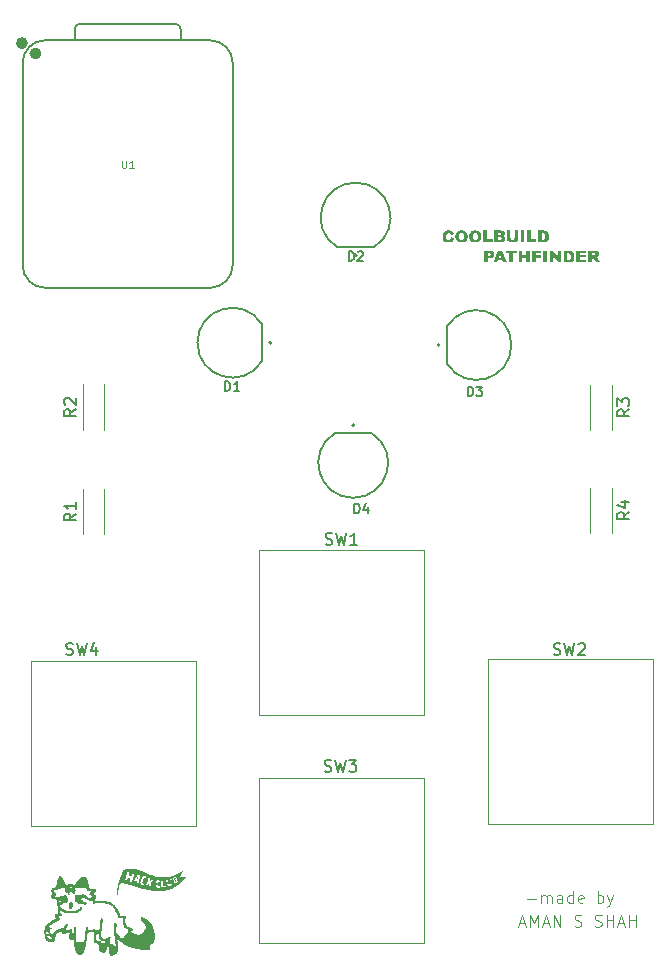
<source format=gbr>
%TF.GenerationSoftware,KiCad,Pcbnew,9.0.3*%
%TF.CreationDate,2025-08-02T05:31:17+05:30*%
%TF.ProjectId,coolbuildpathfinder,636f6f6c-6275-4696-9c64-706174686669,rev?*%
%TF.SameCoordinates,Original*%
%TF.FileFunction,Legend,Top*%
%TF.FilePolarity,Positive*%
%FSLAX46Y46*%
G04 Gerber Fmt 4.6, Leading zero omitted, Abs format (unit mm)*
G04 Created by KiCad (PCBNEW 9.0.3) date 2025-08-02 05:31:17*
%MOMM*%
%LPD*%
G01*
G04 APERTURE LIST*
%ADD10C,0.200000*%
%ADD11C,0.125000*%
%ADD12C,0.100000*%
%ADD13C,0.150000*%
%ADD14C,0.101600*%
%ADD15C,0.120000*%
%ADD16C,0.127000*%
%ADD17C,0.504000*%
%ADD18C,0.000000*%
G04 APERTURE END LIST*
D10*
G36*
X158669181Y-71819672D02*
G01*
X158940413Y-71901920D01*
X158917822Y-71975829D01*
X158888994Y-72038645D01*
X158854317Y-72091819D01*
X158811839Y-72138622D01*
X158763419Y-72176788D01*
X158708443Y-72206857D01*
X158649099Y-72227379D01*
X158576111Y-72240773D01*
X158486793Y-72245631D01*
X158378407Y-72239676D01*
X158290649Y-72223321D01*
X158220019Y-72198370D01*
X158171732Y-72171392D01*
X158126024Y-72135407D01*
X158082593Y-72089423D01*
X158041355Y-72032102D01*
X158009861Y-71971682D01*
X157986388Y-71901831D01*
X157971509Y-71821006D01*
X157966250Y-71727409D01*
X157972310Y-71626668D01*
X157989434Y-71540181D01*
X158016451Y-71465846D01*
X158052777Y-71401890D01*
X158098447Y-71346939D01*
X158153251Y-71300774D01*
X158216589Y-71264200D01*
X158289735Y-71237105D01*
X158374358Y-71219990D01*
X158472444Y-71213949D01*
X158568375Y-71219466D01*
X158648318Y-71234834D01*
X158714791Y-71258679D01*
X158769931Y-71290214D01*
X158818847Y-71331661D01*
X158861951Y-71383495D01*
X158899379Y-71447132D01*
X158930826Y-71524443D01*
X158657580Y-71585198D01*
X158641712Y-71543008D01*
X158627538Y-71518276D01*
X158598508Y-71486704D01*
X158563974Y-71463627D01*
X158524699Y-71449408D01*
X158479954Y-71444515D01*
X158429347Y-71450041D01*
X158386640Y-71465842D01*
X158350105Y-71491757D01*
X158318754Y-71528961D01*
X158297112Y-71573040D01*
X158282133Y-71636542D01*
X158276378Y-71725699D01*
X158280597Y-71812966D01*
X158291646Y-71876736D01*
X158307530Y-71922124D01*
X158326936Y-71953456D01*
X158354328Y-71980069D01*
X158386439Y-71999094D01*
X158424209Y-72010903D01*
X158469024Y-72015066D01*
X158526093Y-72008885D01*
X158569776Y-71991911D01*
X158603236Y-71965057D01*
X158629236Y-71929277D01*
X158651447Y-71881719D01*
X158669181Y-71819672D01*
G37*
G36*
X159670681Y-71220067D02*
G01*
X159758143Y-71237367D01*
X159833450Y-71264684D01*
X159898369Y-71301439D01*
X159954265Y-71347672D01*
X160001383Y-71403210D01*
X160038602Y-71467033D01*
X160066095Y-71540360D01*
X160083415Y-71624801D01*
X160089515Y-71722280D01*
X160085311Y-71811106D01*
X160073471Y-71887459D01*
X160054950Y-71952984D01*
X160030408Y-72009143D01*
X159997481Y-72062155D01*
X159958303Y-72108539D01*
X159912548Y-72148840D01*
X159859621Y-72183349D01*
X159803253Y-72209502D01*
X159738896Y-72228985D01*
X159665350Y-72241298D01*
X159581245Y-72245631D01*
X159469146Y-72238962D01*
X159376771Y-72220472D01*
X159300854Y-72191898D01*
X159248578Y-72161504D01*
X159201388Y-72123436D01*
X159158868Y-72077132D01*
X159120847Y-72021721D01*
X159091818Y-71962775D01*
X159070249Y-71895478D01*
X159056637Y-71818537D01*
X159051955Y-71732416D01*
X159361304Y-71732416D01*
X159365715Y-71810160D01*
X159377564Y-71869946D01*
X159395204Y-71915304D01*
X159417663Y-71949181D01*
X159448047Y-71977755D01*
X159483056Y-71998103D01*
X159523608Y-72010664D01*
X159571048Y-72015066D01*
X159620047Y-72010666D01*
X159661169Y-71998221D01*
X159695936Y-71978269D01*
X159725409Y-71950525D01*
X159746624Y-71917542D01*
X159763769Y-71870769D01*
X159775579Y-71806150D01*
X159780059Y-71718860D01*
X159775700Y-71646867D01*
X159763881Y-71590515D01*
X159746059Y-71546823D01*
X159723028Y-71513330D01*
X159692391Y-71485238D01*
X159657076Y-71465177D01*
X159616157Y-71452772D01*
X159568300Y-71448422D01*
X159522703Y-71452762D01*
X159483191Y-71465228D01*
X159448552Y-71485580D01*
X159417969Y-71514368D01*
X159395419Y-71548228D01*
X159377683Y-71593741D01*
X159365752Y-71653929D01*
X159361304Y-71732416D01*
X159051955Y-71732416D01*
X159051849Y-71730462D01*
X159058008Y-71631585D01*
X159075501Y-71545876D01*
X159103271Y-71471401D01*
X159140863Y-71406537D01*
X159188442Y-71350054D01*
X159245121Y-71302631D01*
X159310111Y-71265168D01*
X159384633Y-71237500D01*
X159470283Y-71220080D01*
X159568972Y-71213949D01*
X159670681Y-71220067D01*
G37*
G36*
X160836208Y-71220067D02*
G01*
X160923670Y-71237367D01*
X160998977Y-71264684D01*
X161063895Y-71301439D01*
X161119792Y-71347672D01*
X161166910Y-71403210D01*
X161204129Y-71467033D01*
X161231622Y-71540360D01*
X161248942Y-71624801D01*
X161255041Y-71722280D01*
X161250838Y-71811106D01*
X161238998Y-71887459D01*
X161220477Y-71952984D01*
X161195935Y-72009143D01*
X161163007Y-72062155D01*
X161123830Y-72108539D01*
X161078075Y-72148840D01*
X161025148Y-72183349D01*
X160968780Y-72209502D01*
X160904423Y-72228985D01*
X160830877Y-72241298D01*
X160746772Y-72245631D01*
X160634673Y-72238962D01*
X160542298Y-72220472D01*
X160466381Y-72191898D01*
X160414105Y-72161504D01*
X160366915Y-72123436D01*
X160324395Y-72077132D01*
X160286374Y-72021721D01*
X160257344Y-71962775D01*
X160235776Y-71895478D01*
X160222164Y-71818537D01*
X160217482Y-71732416D01*
X160526831Y-71732416D01*
X160531242Y-71810160D01*
X160543091Y-71869946D01*
X160560731Y-71915304D01*
X160583190Y-71949181D01*
X160613574Y-71977755D01*
X160648583Y-71998103D01*
X160689135Y-72010664D01*
X160736575Y-72015066D01*
X160785574Y-72010666D01*
X160826696Y-71998221D01*
X160861463Y-71978269D01*
X160890936Y-71950525D01*
X160912150Y-71917542D01*
X160929296Y-71870769D01*
X160941106Y-71806150D01*
X160945586Y-71718860D01*
X160941226Y-71646867D01*
X160929408Y-71590515D01*
X160911586Y-71546823D01*
X160888555Y-71513330D01*
X160857917Y-71485238D01*
X160822603Y-71465177D01*
X160781684Y-71452772D01*
X160733827Y-71448422D01*
X160688230Y-71452762D01*
X160648718Y-71465228D01*
X160614079Y-71485580D01*
X160583496Y-71514368D01*
X160560945Y-71548228D01*
X160543209Y-71593741D01*
X160531279Y-71653929D01*
X160526831Y-71732416D01*
X160217482Y-71732416D01*
X160217376Y-71730462D01*
X160223535Y-71631585D01*
X160241028Y-71545876D01*
X160268798Y-71471401D01*
X160306390Y-71406537D01*
X160353968Y-71350054D01*
X160410647Y-71302631D01*
X160475638Y-71265168D01*
X160550159Y-71237500D01*
X160635810Y-71220080D01*
X160734499Y-71213949D01*
X160836208Y-71220067D01*
G37*
G36*
X161421859Y-71229581D02*
G01*
X161731315Y-71229581D01*
X161731315Y-71983803D01*
X162214305Y-71983803D01*
X162214305Y-72230000D01*
X161421859Y-72230000D01*
X161421859Y-71229581D01*
G37*
G36*
X163007561Y-71234707D02*
G01*
X163067435Y-71248975D01*
X163116714Y-71271234D01*
X163157205Y-71301083D01*
X163191440Y-71339358D01*
X163215361Y-71381034D01*
X163229799Y-71426881D01*
X163234752Y-71478037D01*
X163228437Y-71534980D01*
X163210064Y-71585047D01*
X163179431Y-71629834D01*
X163152567Y-71654872D01*
X163117153Y-71677197D01*
X163071475Y-71696573D01*
X163140501Y-71719560D01*
X163192298Y-71749513D01*
X163230233Y-71785844D01*
X163257986Y-71830460D01*
X163275129Y-71882806D01*
X163281158Y-71944846D01*
X163277010Y-71995799D01*
X163264897Y-72042250D01*
X163244949Y-72085041D01*
X163217814Y-72123676D01*
X163184969Y-72156333D01*
X163145908Y-72183471D01*
X163101406Y-72201732D01*
X163028428Y-72216322D01*
X162889759Y-72230000D01*
X162355539Y-72230000D01*
X162355539Y-72015066D01*
X162667742Y-72015066D01*
X162825523Y-72015066D01*
X162878406Y-72011147D01*
X162914463Y-72001094D01*
X162938241Y-71986673D01*
X162956307Y-71965818D01*
X162967209Y-71940823D01*
X162971031Y-71910408D01*
X162967301Y-71882255D01*
X162956565Y-71858803D01*
X162938546Y-71838906D01*
X162915089Y-71825269D01*
X162878816Y-71815640D01*
X162824851Y-71811856D01*
X162667742Y-71811856D01*
X162667742Y-72015066D01*
X162355539Y-72015066D01*
X162355539Y-71620369D01*
X162667742Y-71620369D01*
X162802320Y-71620369D01*
X162850361Y-71616921D01*
X162882460Y-71608163D01*
X162903070Y-71595762D01*
X162918422Y-71577537D01*
X162927967Y-71554316D01*
X162931402Y-71524565D01*
X162928046Y-71497085D01*
X162918577Y-71475016D01*
X162903070Y-71457093D01*
X162882523Y-71444798D01*
X162850992Y-71436170D01*
X162804335Y-71432791D01*
X162667742Y-71432791D01*
X162667742Y-71620369D01*
X162355539Y-71620369D01*
X162355539Y-71229581D01*
X162934822Y-71229581D01*
X163007561Y-71234707D01*
G37*
G36*
X164058766Y-71229581D02*
G01*
X164367550Y-71229581D01*
X164367550Y-71824801D01*
X164360536Y-71911431D01*
X164339890Y-71991985D01*
X164317914Y-72042302D01*
X164289097Y-72087994D01*
X164253122Y-72129555D01*
X164211724Y-72165947D01*
X164170492Y-72193186D01*
X164129108Y-72212292D01*
X164068125Y-72230123D01*
X163996516Y-72241558D01*
X163912587Y-72245631D01*
X163838000Y-72243184D01*
X163753035Y-72235373D01*
X163671064Y-72219400D01*
X163608565Y-72194890D01*
X163553746Y-72158850D01*
X163502320Y-72108794D01*
X163461072Y-72050806D01*
X163436435Y-71993633D01*
X163414350Y-71900409D01*
X163407737Y-71824801D01*
X163407737Y-71229581D01*
X163716521Y-71229581D01*
X163716521Y-71837868D01*
X163722046Y-71890393D01*
X163737417Y-71932063D01*
X163761950Y-71965301D01*
X163794904Y-71990106D01*
X163836117Y-72005599D01*
X163887979Y-72011158D01*
X163939440Y-72005684D01*
X163980449Y-71990417D01*
X164013337Y-71965973D01*
X164037780Y-71933153D01*
X164053192Y-71891331D01*
X164058766Y-71837868D01*
X164058766Y-71229581D01*
G37*
G36*
X164584926Y-71229581D02*
G01*
X164895054Y-71229581D01*
X164895054Y-72230000D01*
X164584926Y-72230000D01*
X164584926Y-71229581D01*
G37*
G36*
X165116765Y-71229581D02*
G01*
X165426221Y-71229581D01*
X165426221Y-71983803D01*
X165909211Y-71983803D01*
X165909211Y-72230000D01*
X165116765Y-72230000D01*
X165116765Y-71229581D01*
G37*
G36*
X166604052Y-71234286D02*
G01*
X166676197Y-71247105D01*
X166733225Y-71266461D01*
X166786184Y-71294842D01*
X166832049Y-71329989D01*
X166871528Y-71372219D01*
X166904309Y-71420144D01*
X166930729Y-71473393D01*
X166950785Y-71532625D01*
X166969123Y-71625846D01*
X166975392Y-71726371D01*
X166970538Y-71833655D01*
X166957643Y-71914861D01*
X166938817Y-71975132D01*
X166910862Y-72031634D01*
X166877088Y-72080739D01*
X166837395Y-72123204D01*
X166791947Y-72159337D01*
X166745654Y-72185525D01*
X166698054Y-72202705D01*
X166598125Y-72223602D01*
X166513590Y-72230000D01*
X166053864Y-72230000D01*
X166053864Y-72003342D01*
X166363319Y-72003342D01*
X166439157Y-72003342D01*
X166504445Y-72000277D01*
X166548619Y-71992523D01*
X166577154Y-71981849D01*
X166601663Y-71964675D01*
X166623024Y-71940119D01*
X166641329Y-71906683D01*
X166652922Y-71869735D01*
X166661304Y-71813835D01*
X166664593Y-71732843D01*
X166660288Y-71649561D01*
X166648997Y-71588621D01*
X166632698Y-71545126D01*
X166612630Y-71514979D01*
X166584932Y-71490925D01*
X166548549Y-71472664D01*
X166501334Y-71460661D01*
X166440500Y-71456238D01*
X166363319Y-71456238D01*
X166363319Y-72003342D01*
X166053864Y-72003342D01*
X166053864Y-71229581D01*
X166513590Y-71229581D01*
X166604052Y-71234286D01*
G37*
G36*
X162100318Y-72935438D02*
G01*
X162168610Y-72951573D01*
X162223422Y-72976448D01*
X162267184Y-73009448D01*
X162302643Y-73051797D01*
X162328614Y-73102549D01*
X162345041Y-73163410D01*
X162350898Y-73236655D01*
X162344631Y-73311519D01*
X162326923Y-73374585D01*
X162298658Y-73428030D01*
X162259673Y-73473449D01*
X162212135Y-73508479D01*
X162151925Y-73535070D01*
X162076183Y-73552423D01*
X161981359Y-73558750D01*
X161811915Y-73558750D01*
X161811915Y-73930000D01*
X161501116Y-73930000D01*
X161501116Y-73355540D01*
X161811915Y-73355540D01*
X161887752Y-73355540D01*
X161947025Y-73351242D01*
X161987174Y-73340256D01*
X162013415Y-73324583D01*
X162033604Y-73301865D01*
X162045525Y-73275786D01*
X162049624Y-73245204D01*
X162046049Y-73215126D01*
X162035638Y-73188874D01*
X162018178Y-73165519D01*
X161994710Y-73148994D01*
X161957256Y-73137383D01*
X161900026Y-73132791D01*
X161811915Y-73132791D01*
X161811915Y-73355540D01*
X161501116Y-73355540D01*
X161501116Y-72929581D01*
X162015491Y-72929581D01*
X162100318Y-72935438D01*
G37*
G36*
X163383618Y-73930000D02*
G01*
X163059813Y-73930000D01*
X163010598Y-73765868D01*
X162658155Y-73765868D01*
X162609612Y-73930000D01*
X162293318Y-73930000D01*
X162435953Y-73550935D01*
X162725078Y-73550935D01*
X162945690Y-73550935D01*
X162835048Y-73189883D01*
X162725078Y-73550935D01*
X162435953Y-73550935D01*
X162669757Y-72929581D01*
X163007178Y-72929581D01*
X163383618Y-73930000D01*
G37*
G36*
X163315718Y-72929581D02*
G01*
X164256359Y-72929581D01*
X164256359Y-73175778D01*
X163940736Y-73175778D01*
X163940736Y-73930000D01*
X163631280Y-73930000D01*
X163631280Y-73175778D01*
X163315718Y-73175778D01*
X163315718Y-72929581D01*
G37*
G36*
X164397653Y-72929581D02*
G01*
X164707048Y-72929581D01*
X164707048Y-73277383D01*
X165045202Y-73277383D01*
X165045202Y-72929581D01*
X165356062Y-72929581D01*
X165356062Y-73930000D01*
X165045202Y-73930000D01*
X165045202Y-73523579D01*
X164707048Y-73523579D01*
X164707048Y-73930000D01*
X164397653Y-73930000D01*
X164397653Y-72929581D01*
G37*
G36*
X165563180Y-72929581D02*
G01*
X166328271Y-72929581D01*
X166328271Y-73144515D01*
X165873979Y-73144515D01*
X165873979Y-73316461D01*
X166261959Y-73316461D01*
X166261959Y-73519672D01*
X165873979Y-73519672D01*
X165873979Y-73930000D01*
X165563180Y-73930000D01*
X165563180Y-72929581D01*
G37*
G36*
X166507117Y-72929581D02*
G01*
X166817245Y-72929581D01*
X166817245Y-73930000D01*
X166507117Y-73930000D01*
X166507117Y-72929581D01*
G37*
G36*
X167041032Y-72929581D02*
G01*
X167329972Y-72929581D01*
X167707083Y-73482913D01*
X167707083Y-72929581D01*
X167998770Y-72929581D01*
X167998770Y-73930000D01*
X167707083Y-73930000D01*
X167332048Y-73379781D01*
X167332048Y-73930000D01*
X167041032Y-73930000D01*
X167041032Y-72929581D01*
G37*
G36*
X168758763Y-72934286D02*
G01*
X168830908Y-72947105D01*
X168887936Y-72966461D01*
X168940894Y-72994842D01*
X168986759Y-73029989D01*
X169026238Y-73072219D01*
X169059019Y-73120144D01*
X169085439Y-73173393D01*
X169105495Y-73232625D01*
X169123833Y-73325846D01*
X169130102Y-73426371D01*
X169125248Y-73533655D01*
X169112354Y-73614861D01*
X169093527Y-73675132D01*
X169065573Y-73731634D01*
X169031799Y-73780739D01*
X168992105Y-73823204D01*
X168946658Y-73859337D01*
X168900365Y-73885525D01*
X168852765Y-73902705D01*
X168752836Y-73923602D01*
X168668300Y-73930000D01*
X168208574Y-73930000D01*
X168208574Y-73703342D01*
X168518030Y-73703342D01*
X168593867Y-73703342D01*
X168659156Y-73700277D01*
X168703329Y-73692523D01*
X168731864Y-73681849D01*
X168756374Y-73664675D01*
X168777734Y-73640119D01*
X168796039Y-73606683D01*
X168807633Y-73569735D01*
X168816015Y-73513835D01*
X168819303Y-73432843D01*
X168814999Y-73349561D01*
X168803708Y-73288621D01*
X168787409Y-73245126D01*
X168767341Y-73214979D01*
X168739642Y-73190925D01*
X168703260Y-73172664D01*
X168656044Y-73160661D01*
X168595211Y-73156238D01*
X168518030Y-73156238D01*
X168518030Y-73703342D01*
X168208574Y-73703342D01*
X168208574Y-72929581D01*
X168668300Y-72929581D01*
X168758763Y-72934286D01*
G37*
G36*
X169292158Y-72929581D02*
G01*
X170121484Y-72929581D01*
X170121484Y-73144515D01*
X169602285Y-73144515D01*
X169602285Y-73304738D01*
X170083871Y-73304738D01*
X170083871Y-73507948D01*
X169602285Y-73507948D01*
X169602285Y-73703342D01*
X170136505Y-73703342D01*
X170136505Y-73930000D01*
X169292158Y-73930000D01*
X169292158Y-72929581D01*
G37*
G36*
X170919272Y-72932903D02*
G01*
X170990686Y-72941629D01*
X171042158Y-72954127D01*
X171089485Y-72975182D01*
X171129938Y-73005288D01*
X171164401Y-73045230D01*
X171189716Y-73091568D01*
X171205380Y-73145035D01*
X171210868Y-73207285D01*
X171206668Y-73261813D01*
X171194658Y-73309286D01*
X171175331Y-73350900D01*
X171148829Y-73388453D01*
X171116463Y-73420966D01*
X171077695Y-73448780D01*
X171033762Y-73469488D01*
X170969068Y-73488347D01*
X171020098Y-73508415D01*
X171049668Y-73525472D01*
X171067856Y-73541970D01*
X171099188Y-73578351D01*
X171142602Y-73640877D01*
X171292201Y-73930000D01*
X170942445Y-73930000D01*
X170777093Y-73623963D01*
X170744492Y-73571039D01*
X170721100Y-73546782D01*
X170685599Y-73529438D01*
X170645263Y-73523579D01*
X170617969Y-73523579D01*
X170617969Y-73930000D01*
X170307109Y-73930000D01*
X170307109Y-73336001D01*
X170617969Y-73336001D01*
X170748456Y-73336001D01*
X170830399Y-73322384D01*
X170858249Y-73311488D01*
X170880591Y-73290999D01*
X170895167Y-73264001D01*
X170900069Y-73233053D01*
X170896372Y-73202191D01*
X170886042Y-73177941D01*
X170869295Y-73158742D01*
X170846907Y-73145859D01*
X170810397Y-73136528D01*
X170753890Y-73132791D01*
X170617969Y-73132791D01*
X170617969Y-73336001D01*
X170307109Y-73336001D01*
X170307109Y-72929581D01*
X170822889Y-72929581D01*
X170919272Y-72932903D01*
G37*
D11*
X164472712Y-129885404D02*
X164948902Y-129885404D01*
X164377474Y-130171119D02*
X164710807Y-129171119D01*
X164710807Y-129171119D02*
X165044140Y-130171119D01*
X165377474Y-130171119D02*
X165377474Y-129171119D01*
X165377474Y-129171119D02*
X165710807Y-129885404D01*
X165710807Y-129885404D02*
X166044140Y-129171119D01*
X166044140Y-129171119D02*
X166044140Y-130171119D01*
X166472712Y-129885404D02*
X166948902Y-129885404D01*
X166377474Y-130171119D02*
X166710807Y-129171119D01*
X166710807Y-129171119D02*
X167044140Y-130171119D01*
X167377474Y-130171119D02*
X167377474Y-129171119D01*
X167377474Y-129171119D02*
X167948902Y-130171119D01*
X167948902Y-130171119D02*
X167948902Y-129171119D01*
X169139379Y-130123500D02*
X169282236Y-130171119D01*
X169282236Y-130171119D02*
X169520331Y-130171119D01*
X169520331Y-130171119D02*
X169615569Y-130123500D01*
X169615569Y-130123500D02*
X169663188Y-130075880D01*
X169663188Y-130075880D02*
X169710807Y-129980642D01*
X169710807Y-129980642D02*
X169710807Y-129885404D01*
X169710807Y-129885404D02*
X169663188Y-129790166D01*
X169663188Y-129790166D02*
X169615569Y-129742547D01*
X169615569Y-129742547D02*
X169520331Y-129694928D01*
X169520331Y-129694928D02*
X169329855Y-129647309D01*
X169329855Y-129647309D02*
X169234617Y-129599690D01*
X169234617Y-129599690D02*
X169186998Y-129552071D01*
X169186998Y-129552071D02*
X169139379Y-129456833D01*
X169139379Y-129456833D02*
X169139379Y-129361595D01*
X169139379Y-129361595D02*
X169186998Y-129266357D01*
X169186998Y-129266357D02*
X169234617Y-129218738D01*
X169234617Y-129218738D02*
X169329855Y-129171119D01*
X169329855Y-129171119D02*
X169567950Y-129171119D01*
X169567950Y-129171119D02*
X169710807Y-129218738D01*
X170853665Y-130123500D02*
X170996522Y-130171119D01*
X170996522Y-130171119D02*
X171234617Y-130171119D01*
X171234617Y-130171119D02*
X171329855Y-130123500D01*
X171329855Y-130123500D02*
X171377474Y-130075880D01*
X171377474Y-130075880D02*
X171425093Y-129980642D01*
X171425093Y-129980642D02*
X171425093Y-129885404D01*
X171425093Y-129885404D02*
X171377474Y-129790166D01*
X171377474Y-129790166D02*
X171329855Y-129742547D01*
X171329855Y-129742547D02*
X171234617Y-129694928D01*
X171234617Y-129694928D02*
X171044141Y-129647309D01*
X171044141Y-129647309D02*
X170948903Y-129599690D01*
X170948903Y-129599690D02*
X170901284Y-129552071D01*
X170901284Y-129552071D02*
X170853665Y-129456833D01*
X170853665Y-129456833D02*
X170853665Y-129361595D01*
X170853665Y-129361595D02*
X170901284Y-129266357D01*
X170901284Y-129266357D02*
X170948903Y-129218738D01*
X170948903Y-129218738D02*
X171044141Y-129171119D01*
X171044141Y-129171119D02*
X171282236Y-129171119D01*
X171282236Y-129171119D02*
X171425093Y-129218738D01*
X171853665Y-130171119D02*
X171853665Y-129171119D01*
X171853665Y-129647309D02*
X172425093Y-129647309D01*
X172425093Y-130171119D02*
X172425093Y-129171119D01*
X172853665Y-129885404D02*
X173329855Y-129885404D01*
X172758427Y-130171119D02*
X173091760Y-129171119D01*
X173091760Y-129171119D02*
X173425093Y-130171119D01*
X173758427Y-130171119D02*
X173758427Y-129171119D01*
X173758427Y-129647309D02*
X174329855Y-129647309D01*
X174329855Y-130171119D02*
X174329855Y-129171119D01*
D12*
X165103884Y-127791466D02*
X165865789Y-127791466D01*
X166341979Y-128172419D02*
X166341979Y-127505752D01*
X166341979Y-127600990D02*
X166389598Y-127553371D01*
X166389598Y-127553371D02*
X166484836Y-127505752D01*
X166484836Y-127505752D02*
X166627693Y-127505752D01*
X166627693Y-127505752D02*
X166722931Y-127553371D01*
X166722931Y-127553371D02*
X166770550Y-127648609D01*
X166770550Y-127648609D02*
X166770550Y-128172419D01*
X166770550Y-127648609D02*
X166818169Y-127553371D01*
X166818169Y-127553371D02*
X166913407Y-127505752D01*
X166913407Y-127505752D02*
X167056264Y-127505752D01*
X167056264Y-127505752D02*
X167151503Y-127553371D01*
X167151503Y-127553371D02*
X167199122Y-127648609D01*
X167199122Y-127648609D02*
X167199122Y-128172419D01*
X168103883Y-128172419D02*
X168103883Y-127648609D01*
X168103883Y-127648609D02*
X168056264Y-127553371D01*
X168056264Y-127553371D02*
X167961026Y-127505752D01*
X167961026Y-127505752D02*
X167770550Y-127505752D01*
X167770550Y-127505752D02*
X167675312Y-127553371D01*
X168103883Y-128124800D02*
X168008645Y-128172419D01*
X168008645Y-128172419D02*
X167770550Y-128172419D01*
X167770550Y-128172419D02*
X167675312Y-128124800D01*
X167675312Y-128124800D02*
X167627693Y-128029561D01*
X167627693Y-128029561D02*
X167627693Y-127934323D01*
X167627693Y-127934323D02*
X167675312Y-127839085D01*
X167675312Y-127839085D02*
X167770550Y-127791466D01*
X167770550Y-127791466D02*
X168008645Y-127791466D01*
X168008645Y-127791466D02*
X168103883Y-127743847D01*
X169008645Y-128172419D02*
X169008645Y-127172419D01*
X169008645Y-128124800D02*
X168913407Y-128172419D01*
X168913407Y-128172419D02*
X168722931Y-128172419D01*
X168722931Y-128172419D02*
X168627693Y-128124800D01*
X168627693Y-128124800D02*
X168580074Y-128077180D01*
X168580074Y-128077180D02*
X168532455Y-127981942D01*
X168532455Y-127981942D02*
X168532455Y-127696228D01*
X168532455Y-127696228D02*
X168580074Y-127600990D01*
X168580074Y-127600990D02*
X168627693Y-127553371D01*
X168627693Y-127553371D02*
X168722931Y-127505752D01*
X168722931Y-127505752D02*
X168913407Y-127505752D01*
X168913407Y-127505752D02*
X169008645Y-127553371D01*
X169865788Y-128124800D02*
X169770550Y-128172419D01*
X169770550Y-128172419D02*
X169580074Y-128172419D01*
X169580074Y-128172419D02*
X169484836Y-128124800D01*
X169484836Y-128124800D02*
X169437217Y-128029561D01*
X169437217Y-128029561D02*
X169437217Y-127648609D01*
X169437217Y-127648609D02*
X169484836Y-127553371D01*
X169484836Y-127553371D02*
X169580074Y-127505752D01*
X169580074Y-127505752D02*
X169770550Y-127505752D01*
X169770550Y-127505752D02*
X169865788Y-127553371D01*
X169865788Y-127553371D02*
X169913407Y-127648609D01*
X169913407Y-127648609D02*
X169913407Y-127743847D01*
X169913407Y-127743847D02*
X169437217Y-127839085D01*
X171103884Y-128172419D02*
X171103884Y-127172419D01*
X171103884Y-127553371D02*
X171199122Y-127505752D01*
X171199122Y-127505752D02*
X171389598Y-127505752D01*
X171389598Y-127505752D02*
X171484836Y-127553371D01*
X171484836Y-127553371D02*
X171532455Y-127600990D01*
X171532455Y-127600990D02*
X171580074Y-127696228D01*
X171580074Y-127696228D02*
X171580074Y-127981942D01*
X171580074Y-127981942D02*
X171532455Y-128077180D01*
X171532455Y-128077180D02*
X171484836Y-128124800D01*
X171484836Y-128124800D02*
X171389598Y-128172419D01*
X171389598Y-128172419D02*
X171199122Y-128172419D01*
X171199122Y-128172419D02*
X171103884Y-128124800D01*
X171913408Y-127505752D02*
X172151503Y-128172419D01*
X172389598Y-127505752D02*
X172151503Y-128172419D01*
X172151503Y-128172419D02*
X172056265Y-128410514D01*
X172056265Y-128410514D02*
X172008646Y-128458133D01*
X172008646Y-128458133D02*
X171913408Y-128505752D01*
D13*
X126935287Y-86350882D02*
X126459096Y-86684215D01*
X126935287Y-86922310D02*
X125935287Y-86922310D01*
X125935287Y-86922310D02*
X125935287Y-86541358D01*
X125935287Y-86541358D02*
X125982906Y-86446120D01*
X125982906Y-86446120D02*
X126030525Y-86398501D01*
X126030525Y-86398501D02*
X126125763Y-86350882D01*
X126125763Y-86350882D02*
X126268620Y-86350882D01*
X126268620Y-86350882D02*
X126363858Y-86398501D01*
X126363858Y-86398501D02*
X126411477Y-86446120D01*
X126411477Y-86446120D02*
X126459096Y-86541358D01*
X126459096Y-86541358D02*
X126459096Y-86922310D01*
X126030525Y-85969929D02*
X125982906Y-85922310D01*
X125982906Y-85922310D02*
X125935287Y-85827072D01*
X125935287Y-85827072D02*
X125935287Y-85588977D01*
X125935287Y-85588977D02*
X125982906Y-85493739D01*
X125982906Y-85493739D02*
X126030525Y-85446120D01*
X126030525Y-85446120D02*
X126125763Y-85398501D01*
X126125763Y-85398501D02*
X126221001Y-85398501D01*
X126221001Y-85398501D02*
X126363858Y-85446120D01*
X126363858Y-85446120D02*
X126935287Y-86017548D01*
X126935287Y-86017548D02*
X126935287Y-85398501D01*
X126086667Y-107107200D02*
X126229524Y-107154819D01*
X126229524Y-107154819D02*
X126467619Y-107154819D01*
X126467619Y-107154819D02*
X126562857Y-107107200D01*
X126562857Y-107107200D02*
X126610476Y-107059580D01*
X126610476Y-107059580D02*
X126658095Y-106964342D01*
X126658095Y-106964342D02*
X126658095Y-106869104D01*
X126658095Y-106869104D02*
X126610476Y-106773866D01*
X126610476Y-106773866D02*
X126562857Y-106726247D01*
X126562857Y-106726247D02*
X126467619Y-106678628D01*
X126467619Y-106678628D02*
X126277143Y-106631009D01*
X126277143Y-106631009D02*
X126181905Y-106583390D01*
X126181905Y-106583390D02*
X126134286Y-106535771D01*
X126134286Y-106535771D02*
X126086667Y-106440533D01*
X126086667Y-106440533D02*
X126086667Y-106345295D01*
X126086667Y-106345295D02*
X126134286Y-106250057D01*
X126134286Y-106250057D02*
X126181905Y-106202438D01*
X126181905Y-106202438D02*
X126277143Y-106154819D01*
X126277143Y-106154819D02*
X126515238Y-106154819D01*
X126515238Y-106154819D02*
X126658095Y-106202438D01*
X126991429Y-106154819D02*
X127229524Y-107154819D01*
X127229524Y-107154819D02*
X127420000Y-106440533D01*
X127420000Y-106440533D02*
X127610476Y-107154819D01*
X127610476Y-107154819D02*
X127848572Y-106154819D01*
X128658095Y-106488152D02*
X128658095Y-107154819D01*
X128420000Y-106107200D02*
X128181905Y-106821485D01*
X128181905Y-106821485D02*
X128800952Y-106821485D01*
X148061667Y-97788200D02*
X148204524Y-97835819D01*
X148204524Y-97835819D02*
X148442619Y-97835819D01*
X148442619Y-97835819D02*
X148537857Y-97788200D01*
X148537857Y-97788200D02*
X148585476Y-97740580D01*
X148585476Y-97740580D02*
X148633095Y-97645342D01*
X148633095Y-97645342D02*
X148633095Y-97550104D01*
X148633095Y-97550104D02*
X148585476Y-97454866D01*
X148585476Y-97454866D02*
X148537857Y-97407247D01*
X148537857Y-97407247D02*
X148442619Y-97359628D01*
X148442619Y-97359628D02*
X148252143Y-97312009D01*
X148252143Y-97312009D02*
X148156905Y-97264390D01*
X148156905Y-97264390D02*
X148109286Y-97216771D01*
X148109286Y-97216771D02*
X148061667Y-97121533D01*
X148061667Y-97121533D02*
X148061667Y-97026295D01*
X148061667Y-97026295D02*
X148109286Y-96931057D01*
X148109286Y-96931057D02*
X148156905Y-96883438D01*
X148156905Y-96883438D02*
X148252143Y-96835819D01*
X148252143Y-96835819D02*
X148490238Y-96835819D01*
X148490238Y-96835819D02*
X148633095Y-96883438D01*
X148966429Y-96835819D02*
X149204524Y-97835819D01*
X149204524Y-97835819D02*
X149395000Y-97121533D01*
X149395000Y-97121533D02*
X149585476Y-97835819D01*
X149585476Y-97835819D02*
X149823572Y-96835819D01*
X150728333Y-97835819D02*
X150156905Y-97835819D01*
X150442619Y-97835819D02*
X150442619Y-96835819D01*
X150442619Y-96835819D02*
X150347381Y-96978676D01*
X150347381Y-96978676D02*
X150252143Y-97073914D01*
X150252143Y-97073914D02*
X150156905Y-97121533D01*
X167366667Y-107107200D02*
X167509524Y-107154819D01*
X167509524Y-107154819D02*
X167747619Y-107154819D01*
X167747619Y-107154819D02*
X167842857Y-107107200D01*
X167842857Y-107107200D02*
X167890476Y-107059580D01*
X167890476Y-107059580D02*
X167938095Y-106964342D01*
X167938095Y-106964342D02*
X167938095Y-106869104D01*
X167938095Y-106869104D02*
X167890476Y-106773866D01*
X167890476Y-106773866D02*
X167842857Y-106726247D01*
X167842857Y-106726247D02*
X167747619Y-106678628D01*
X167747619Y-106678628D02*
X167557143Y-106631009D01*
X167557143Y-106631009D02*
X167461905Y-106583390D01*
X167461905Y-106583390D02*
X167414286Y-106535771D01*
X167414286Y-106535771D02*
X167366667Y-106440533D01*
X167366667Y-106440533D02*
X167366667Y-106345295D01*
X167366667Y-106345295D02*
X167414286Y-106250057D01*
X167414286Y-106250057D02*
X167461905Y-106202438D01*
X167461905Y-106202438D02*
X167557143Y-106154819D01*
X167557143Y-106154819D02*
X167795238Y-106154819D01*
X167795238Y-106154819D02*
X167938095Y-106202438D01*
X168271429Y-106154819D02*
X168509524Y-107154819D01*
X168509524Y-107154819D02*
X168700000Y-106440533D01*
X168700000Y-106440533D02*
X168890476Y-107154819D01*
X168890476Y-107154819D02*
X169128572Y-106154819D01*
X169461905Y-106250057D02*
X169509524Y-106202438D01*
X169509524Y-106202438D02*
X169604762Y-106154819D01*
X169604762Y-106154819D02*
X169842857Y-106154819D01*
X169842857Y-106154819D02*
X169938095Y-106202438D01*
X169938095Y-106202438D02*
X169985714Y-106250057D01*
X169985714Y-106250057D02*
X170033333Y-106345295D01*
X170033333Y-106345295D02*
X170033333Y-106440533D01*
X170033333Y-106440533D02*
X169985714Y-106583390D01*
X169985714Y-106583390D02*
X169414286Y-107154819D01*
X169414286Y-107154819D02*
X170033333Y-107154819D01*
X160109524Y-85262295D02*
X160109524Y-84462295D01*
X160109524Y-84462295D02*
X160300000Y-84462295D01*
X160300000Y-84462295D02*
X160414286Y-84500390D01*
X160414286Y-84500390D02*
X160490476Y-84576580D01*
X160490476Y-84576580D02*
X160528571Y-84652771D01*
X160528571Y-84652771D02*
X160566667Y-84805152D01*
X160566667Y-84805152D02*
X160566667Y-84919438D01*
X160566667Y-84919438D02*
X160528571Y-85071819D01*
X160528571Y-85071819D02*
X160490476Y-85148009D01*
X160490476Y-85148009D02*
X160414286Y-85224200D01*
X160414286Y-85224200D02*
X160300000Y-85262295D01*
X160300000Y-85262295D02*
X160109524Y-85262295D01*
X160833333Y-84462295D02*
X161328571Y-84462295D01*
X161328571Y-84462295D02*
X161061905Y-84767057D01*
X161061905Y-84767057D02*
X161176190Y-84767057D01*
X161176190Y-84767057D02*
X161252381Y-84805152D01*
X161252381Y-84805152D02*
X161290476Y-84843247D01*
X161290476Y-84843247D02*
X161328571Y-84919438D01*
X161328571Y-84919438D02*
X161328571Y-85109914D01*
X161328571Y-85109914D02*
X161290476Y-85186104D01*
X161290476Y-85186104D02*
X161252381Y-85224200D01*
X161252381Y-85224200D02*
X161176190Y-85262295D01*
X161176190Y-85262295D02*
X160947619Y-85262295D01*
X160947619Y-85262295D02*
X160871428Y-85224200D01*
X160871428Y-85224200D02*
X160833333Y-85186104D01*
X139539524Y-84801795D02*
X139539524Y-84001795D01*
X139539524Y-84001795D02*
X139730000Y-84001795D01*
X139730000Y-84001795D02*
X139844286Y-84039890D01*
X139844286Y-84039890D02*
X139920476Y-84116080D01*
X139920476Y-84116080D02*
X139958571Y-84192271D01*
X139958571Y-84192271D02*
X139996667Y-84344652D01*
X139996667Y-84344652D02*
X139996667Y-84458938D01*
X139996667Y-84458938D02*
X139958571Y-84611319D01*
X139958571Y-84611319D02*
X139920476Y-84687509D01*
X139920476Y-84687509D02*
X139844286Y-84763700D01*
X139844286Y-84763700D02*
X139730000Y-84801795D01*
X139730000Y-84801795D02*
X139539524Y-84801795D01*
X140758571Y-84801795D02*
X140301428Y-84801795D01*
X140530000Y-84801795D02*
X140530000Y-84001795D01*
X140530000Y-84001795D02*
X140453809Y-84116080D01*
X140453809Y-84116080D02*
X140377619Y-84192271D01*
X140377619Y-84192271D02*
X140301428Y-84230366D01*
X126935287Y-95210882D02*
X126459096Y-95544215D01*
X126935287Y-95782310D02*
X125935287Y-95782310D01*
X125935287Y-95782310D02*
X125935287Y-95401358D01*
X125935287Y-95401358D02*
X125982906Y-95306120D01*
X125982906Y-95306120D02*
X126030525Y-95258501D01*
X126030525Y-95258501D02*
X126125763Y-95210882D01*
X126125763Y-95210882D02*
X126268620Y-95210882D01*
X126268620Y-95210882D02*
X126363858Y-95258501D01*
X126363858Y-95258501D02*
X126411477Y-95306120D01*
X126411477Y-95306120D02*
X126459096Y-95401358D01*
X126459096Y-95401358D02*
X126459096Y-95782310D01*
X126935287Y-94258501D02*
X126935287Y-94829929D01*
X126935287Y-94544215D02*
X125935287Y-94544215D01*
X125935287Y-94544215D02*
X126078144Y-94639453D01*
X126078144Y-94639453D02*
X126173382Y-94734691D01*
X126173382Y-94734691D02*
X126221001Y-94829929D01*
X147986667Y-117007200D02*
X148129524Y-117054819D01*
X148129524Y-117054819D02*
X148367619Y-117054819D01*
X148367619Y-117054819D02*
X148462857Y-117007200D01*
X148462857Y-117007200D02*
X148510476Y-116959580D01*
X148510476Y-116959580D02*
X148558095Y-116864342D01*
X148558095Y-116864342D02*
X148558095Y-116769104D01*
X148558095Y-116769104D02*
X148510476Y-116673866D01*
X148510476Y-116673866D02*
X148462857Y-116626247D01*
X148462857Y-116626247D02*
X148367619Y-116578628D01*
X148367619Y-116578628D02*
X148177143Y-116531009D01*
X148177143Y-116531009D02*
X148081905Y-116483390D01*
X148081905Y-116483390D02*
X148034286Y-116435771D01*
X148034286Y-116435771D02*
X147986667Y-116340533D01*
X147986667Y-116340533D02*
X147986667Y-116245295D01*
X147986667Y-116245295D02*
X148034286Y-116150057D01*
X148034286Y-116150057D02*
X148081905Y-116102438D01*
X148081905Y-116102438D02*
X148177143Y-116054819D01*
X148177143Y-116054819D02*
X148415238Y-116054819D01*
X148415238Y-116054819D02*
X148558095Y-116102438D01*
X148891429Y-116054819D02*
X149129524Y-117054819D01*
X149129524Y-117054819D02*
X149320000Y-116340533D01*
X149320000Y-116340533D02*
X149510476Y-117054819D01*
X149510476Y-117054819D02*
X149748572Y-116054819D01*
X150034286Y-116054819D02*
X150653333Y-116054819D01*
X150653333Y-116054819D02*
X150320000Y-116435771D01*
X150320000Y-116435771D02*
X150462857Y-116435771D01*
X150462857Y-116435771D02*
X150558095Y-116483390D01*
X150558095Y-116483390D02*
X150605714Y-116531009D01*
X150605714Y-116531009D02*
X150653333Y-116626247D01*
X150653333Y-116626247D02*
X150653333Y-116864342D01*
X150653333Y-116864342D02*
X150605714Y-116959580D01*
X150605714Y-116959580D02*
X150558095Y-117007200D01*
X150558095Y-117007200D02*
X150462857Y-117054819D01*
X150462857Y-117054819D02*
X150177143Y-117054819D01*
X150177143Y-117054819D02*
X150081905Y-117007200D01*
X150081905Y-117007200D02*
X150034286Y-116959580D01*
D14*
X130816190Y-65321979D02*
X130816190Y-65836026D01*
X130816190Y-65836026D02*
X130846428Y-65896502D01*
X130846428Y-65896502D02*
X130876666Y-65926741D01*
X130876666Y-65926741D02*
X130937142Y-65956979D01*
X130937142Y-65956979D02*
X131058095Y-65956979D01*
X131058095Y-65956979D02*
X131118571Y-65926741D01*
X131118571Y-65926741D02*
X131148809Y-65896502D01*
X131148809Y-65896502D02*
X131179047Y-65836026D01*
X131179047Y-65836026D02*
X131179047Y-65321979D01*
X131814047Y-65956979D02*
X131451190Y-65956979D01*
X131632618Y-65956979D02*
X131632618Y-65321979D01*
X131632618Y-65321979D02*
X131572142Y-65412693D01*
X131572142Y-65412693D02*
X131511666Y-65473169D01*
X131511666Y-65473169D02*
X131451190Y-65503407D01*
D13*
X173774351Y-95082450D02*
X173298160Y-95415783D01*
X173774351Y-95653878D02*
X172774351Y-95653878D01*
X172774351Y-95653878D02*
X172774351Y-95272926D01*
X172774351Y-95272926D02*
X172821970Y-95177688D01*
X172821970Y-95177688D02*
X172869589Y-95130069D01*
X172869589Y-95130069D02*
X172964827Y-95082450D01*
X172964827Y-95082450D02*
X173107684Y-95082450D01*
X173107684Y-95082450D02*
X173202922Y-95130069D01*
X173202922Y-95130069D02*
X173250541Y-95177688D01*
X173250541Y-95177688D02*
X173298160Y-95272926D01*
X173298160Y-95272926D02*
X173298160Y-95653878D01*
X173107684Y-94225307D02*
X173774351Y-94225307D01*
X172726732Y-94463402D02*
X173441017Y-94701497D01*
X173441017Y-94701497D02*
X173441017Y-94082450D01*
X150009524Y-73793795D02*
X150009524Y-72993795D01*
X150009524Y-72993795D02*
X150200000Y-72993795D01*
X150200000Y-72993795D02*
X150314286Y-73031890D01*
X150314286Y-73031890D02*
X150390476Y-73108080D01*
X150390476Y-73108080D02*
X150428571Y-73184271D01*
X150428571Y-73184271D02*
X150466667Y-73336652D01*
X150466667Y-73336652D02*
X150466667Y-73450938D01*
X150466667Y-73450938D02*
X150428571Y-73603319D01*
X150428571Y-73603319D02*
X150390476Y-73679509D01*
X150390476Y-73679509D02*
X150314286Y-73755700D01*
X150314286Y-73755700D02*
X150200000Y-73793795D01*
X150200000Y-73793795D02*
X150009524Y-73793795D01*
X150771428Y-73069985D02*
X150809524Y-73031890D01*
X150809524Y-73031890D02*
X150885714Y-72993795D01*
X150885714Y-72993795D02*
X151076190Y-72993795D01*
X151076190Y-72993795D02*
X151152381Y-73031890D01*
X151152381Y-73031890D02*
X151190476Y-73069985D01*
X151190476Y-73069985D02*
X151228571Y-73146176D01*
X151228571Y-73146176D02*
X151228571Y-73222366D01*
X151228571Y-73222366D02*
X151190476Y-73336652D01*
X151190476Y-73336652D02*
X150733333Y-73793795D01*
X150733333Y-73793795D02*
X151228571Y-73793795D01*
X150509524Y-95162295D02*
X150509524Y-94362295D01*
X150509524Y-94362295D02*
X150700000Y-94362295D01*
X150700000Y-94362295D02*
X150814286Y-94400390D01*
X150814286Y-94400390D02*
X150890476Y-94476580D01*
X150890476Y-94476580D02*
X150928571Y-94552771D01*
X150928571Y-94552771D02*
X150966667Y-94705152D01*
X150966667Y-94705152D02*
X150966667Y-94819438D01*
X150966667Y-94819438D02*
X150928571Y-94971819D01*
X150928571Y-94971819D02*
X150890476Y-95048009D01*
X150890476Y-95048009D02*
X150814286Y-95124200D01*
X150814286Y-95124200D02*
X150700000Y-95162295D01*
X150700000Y-95162295D02*
X150509524Y-95162295D01*
X151652381Y-94628961D02*
X151652381Y-95162295D01*
X151461905Y-94324200D02*
X151271428Y-94895628D01*
X151271428Y-94895628D02*
X151766667Y-94895628D01*
X173774351Y-86382450D02*
X173298160Y-86715783D01*
X173774351Y-86953878D02*
X172774351Y-86953878D01*
X172774351Y-86953878D02*
X172774351Y-86572926D01*
X172774351Y-86572926D02*
X172821970Y-86477688D01*
X172821970Y-86477688D02*
X172869589Y-86430069D01*
X172869589Y-86430069D02*
X172964827Y-86382450D01*
X172964827Y-86382450D02*
X173107684Y-86382450D01*
X173107684Y-86382450D02*
X173202922Y-86430069D01*
X173202922Y-86430069D02*
X173250541Y-86477688D01*
X173250541Y-86477688D02*
X173298160Y-86572926D01*
X173298160Y-86572926D02*
X173298160Y-86953878D01*
X172774351Y-86049116D02*
X172774351Y-85430069D01*
X172774351Y-85430069D02*
X173155303Y-85763402D01*
X173155303Y-85763402D02*
X173155303Y-85620545D01*
X173155303Y-85620545D02*
X173202922Y-85525307D01*
X173202922Y-85525307D02*
X173250541Y-85477688D01*
X173250541Y-85477688D02*
X173345779Y-85430069D01*
X173345779Y-85430069D02*
X173583874Y-85430069D01*
X173583874Y-85430069D02*
X173679112Y-85477688D01*
X173679112Y-85477688D02*
X173726732Y-85525307D01*
X173726732Y-85525307D02*
X173774351Y-85620545D01*
X173774351Y-85620545D02*
X173774351Y-85906259D01*
X173774351Y-85906259D02*
X173726732Y-86001497D01*
X173726732Y-86001497D02*
X173679112Y-86049116D01*
D15*
%TO.C,R2*%
X127480468Y-88104216D02*
X127480468Y-84264216D01*
X129320468Y-88104216D02*
X129320468Y-84264216D01*
%TO.C,SW4*%
X123115000Y-107715000D02*
X137085000Y-107715000D01*
X123115000Y-121685000D02*
X123115000Y-107715000D01*
X137085000Y-107715000D02*
X137085000Y-121685000D01*
X137085000Y-121685000D02*
X123115000Y-121685000D01*
%TO.C,SW1*%
X142410000Y-98270000D02*
X156380000Y-98270000D01*
X142410000Y-112240000D02*
X142410000Y-98270000D01*
X156380000Y-98270000D02*
X156380000Y-112240000D01*
X156380000Y-112240000D02*
X142410000Y-112240000D01*
%TO.C,SW2*%
X161815000Y-107515000D02*
X175785000Y-107515000D01*
X161815000Y-121485000D02*
X161815000Y-107515000D01*
X175785000Y-107515000D02*
X175785000Y-121485000D01*
X175785000Y-121485000D02*
X161815000Y-121485000D01*
D16*
%TO.C,D3*%
X158330000Y-79365500D02*
X158330000Y-82497500D01*
X158330000Y-79365500D02*
G75*
G02*
X158330000Y-82497500I2506124J-1566000D01*
G01*
D10*
X157730000Y-80931500D02*
G75*
G02*
X157530000Y-80931500I-100000J0D01*
G01*
X157530000Y-80931500D02*
G75*
G02*
X157730000Y-80931500I100000J0D01*
G01*
D16*
%TO.C,D1*%
X142670000Y-82297500D02*
X142670000Y-79165500D01*
X142670000Y-82297500D02*
G75*
G02*
X142670000Y-79165500I-2506124J1566000D01*
G01*
D10*
X143470000Y-80731500D02*
G75*
G02*
X143270000Y-80731500I-100000J0D01*
G01*
X143270000Y-80731500D02*
G75*
G02*
X143470000Y-80731500I100000J0D01*
G01*
D15*
%TO.C,R1*%
X127480468Y-96964216D02*
X127480468Y-93124216D01*
X129320468Y-96964216D02*
X129320468Y-93124216D01*
%TO.C,SW3*%
X142435000Y-117615000D02*
X156405000Y-117615000D01*
X142435000Y-131585000D02*
X142435000Y-117615000D01*
X156405000Y-117615000D02*
X156405000Y-131585000D01*
X156405000Y-131585000D02*
X142435000Y-131585000D01*
D16*
%TO.C,U1*%
X122410000Y-74177500D02*
X122410000Y-57032500D01*
X124315000Y-76082500D02*
X138285000Y-76082500D01*
X126805000Y-55127500D02*
X126808728Y-54217228D01*
X127308728Y-53717500D02*
X135304000Y-53717500D01*
X135804000Y-54217500D02*
X135804000Y-55127500D01*
D12*
X138285000Y-55127500D02*
X124315000Y-55127500D01*
D16*
X138285000Y-55127500D02*
X124315000Y-55127500D01*
X140190000Y-74177500D02*
X140190000Y-57032500D01*
X122410000Y-57032500D02*
G75*
G02*
X124315000Y-55127500I1905001J-1D01*
G01*
X124315000Y-76082500D02*
G75*
G02*
X122410000Y-74177500I1J1905001D01*
G01*
X126808728Y-54217228D02*
G75*
G02*
X127308728Y-53717501I500018J-291D01*
G01*
X135304000Y-53717500D02*
G75*
G02*
X135804000Y-54217500I0J-500000D01*
G01*
X138285000Y-55127500D02*
G75*
G02*
X140190000Y-57032500I0J-1905000D01*
G01*
X140190000Y-74177500D02*
G75*
G02*
X138285000Y-76082500I-1905000J0D01*
G01*
D17*
X122602000Y-55368500D02*
G75*
G02*
X122098000Y-55368500I-252000J0D01*
G01*
X122098000Y-55368500D02*
G75*
G02*
X122602000Y-55368500I252000J0D01*
G01*
X123745000Y-56248500D02*
G75*
G02*
X123241000Y-56248500I-252000J0D01*
G01*
X123241000Y-56248500D02*
G75*
G02*
X123745000Y-56248500I252000J0D01*
G01*
D15*
%TO.C,R4*%
X170479532Y-92995784D02*
X170479532Y-96835784D01*
X172319532Y-92995784D02*
X172319532Y-96835784D01*
D16*
%TO.C,D2*%
X149034000Y-72631500D02*
X152166000Y-72631500D01*
X149034000Y-72631500D02*
G75*
G02*
X152166000Y-72631500I1566000J2506124D01*
G01*
D10*
X150700000Y-73331500D02*
G75*
G02*
X150500000Y-73331500I-100000J0D01*
G01*
X150500000Y-73331500D02*
G75*
G02*
X150700000Y-73331500I100000J0D01*
G01*
D18*
%TO.C,G\u002A\u002A\u002A*%
G36*
X135337357Y-126070466D02*
G01*
X135344490Y-126073274D01*
X135357372Y-126085032D01*
X135362221Y-126102486D01*
X135359574Y-126123337D01*
X135349968Y-126145282D01*
X135333941Y-126166024D01*
X135320049Y-126177976D01*
X135297142Y-126191293D01*
X135279463Y-126194349D01*
X135267175Y-126187138D01*
X135263044Y-126179519D01*
X135259629Y-126165252D01*
X135256940Y-126144545D01*
X135255864Y-126128423D01*
X135254522Y-126092684D01*
X135291744Y-126079278D01*
X135312893Y-126072211D01*
X135326896Y-126069411D01*
X135337357Y-126070466D01*
G37*
G36*
X132194435Y-125949176D02*
G01*
X132196359Y-125964647D01*
X132195941Y-125990317D01*
X132193571Y-126026825D01*
X132192737Y-126037492D01*
X132189153Y-126075814D01*
X132184932Y-126103958D01*
X132179351Y-126123469D01*
X132171687Y-126135891D01*
X132161216Y-126142768D01*
X132147216Y-126145643D01*
X132141938Y-126145968D01*
X132121497Y-126145223D01*
X132098153Y-126142261D01*
X132091243Y-126140939D01*
X132075095Y-126136294D01*
X132065050Y-126131091D01*
X132063405Y-126128566D01*
X132066446Y-126120183D01*
X132074691Y-126104235D01*
X132086820Y-126082897D01*
X132101516Y-126058343D01*
X132117459Y-126032747D01*
X132133332Y-126008285D01*
X132147815Y-125987131D01*
X132155566Y-125976569D01*
X132170736Y-125957602D01*
X132182012Y-125946290D01*
X132189783Y-125943269D01*
X132194435Y-125949176D01*
G37*
G36*
X135405570Y-126264471D02*
G01*
X135421100Y-126274517D01*
X135433173Y-126286974D01*
X135438288Y-126300633D01*
X135439132Y-126315090D01*
X135437028Y-126334913D01*
X135428980Y-126349959D01*
X135421997Y-126357627D01*
X135403272Y-126373842D01*
X135380354Y-126390158D01*
X135357075Y-126404131D01*
X135337272Y-126413314D01*
X135332263Y-126414849D01*
X135319798Y-126416002D01*
X135313033Y-126409642D01*
X135311047Y-126405008D01*
X135307324Y-126391380D01*
X135303436Y-126371237D01*
X135299793Y-126347724D01*
X135296801Y-126323988D01*
X135294871Y-126303172D01*
X135294409Y-126288422D01*
X135295241Y-126283280D01*
X135303632Y-126277517D01*
X135319991Y-126271224D01*
X135340670Y-126265421D01*
X135362017Y-126261123D01*
X135380383Y-126259349D01*
X135381140Y-126259344D01*
X135405570Y-126264471D01*
G37*
G36*
X131603151Y-125268231D02*
G01*
X131676558Y-125271490D01*
X131745950Y-125276396D01*
X131809096Y-125282950D01*
X131816318Y-125283869D01*
X131923749Y-125300866D01*
X132038453Y-125324607D01*
X132158554Y-125354506D01*
X132282175Y-125389980D01*
X132407443Y-125430444D01*
X132532480Y-125475313D01*
X132655412Y-125524002D01*
X132774362Y-125575928D01*
X132816497Y-125595609D01*
X132860187Y-125616389D01*
X132910321Y-125640218D01*
X132962752Y-125665124D01*
X133013330Y-125689138D01*
X133055812Y-125709295D01*
X133211302Y-125777754D01*
X133369618Y-125836828D01*
X133531882Y-125886819D01*
X133699217Y-125928027D01*
X133872744Y-125960753D01*
X134053587Y-125985299D01*
X134105837Y-125990761D01*
X134148650Y-125993982D01*
X134200126Y-125996280D01*
X134257728Y-125997669D01*
X134318924Y-125998166D01*
X134381180Y-125997788D01*
X134441961Y-125996549D01*
X134498732Y-125994467D01*
X134548961Y-125991556D01*
X134590112Y-125987834D01*
X134591274Y-125987699D01*
X134733869Y-125966830D01*
X134875776Y-125937593D01*
X135018267Y-125899610D01*
X135162612Y-125852503D01*
X135310084Y-125795895D01*
X135461953Y-125729410D01*
X135462575Y-125729122D01*
X135497310Y-125712869D01*
X135528865Y-125697693D01*
X135559577Y-125682394D01*
X135591779Y-125665772D01*
X135627807Y-125646627D01*
X135669996Y-125623760D01*
X135705791Y-125604156D01*
X135740087Y-125584987D01*
X135778665Y-125562874D01*
X135819172Y-125539217D01*
X135859255Y-125515415D01*
X135896561Y-125492867D01*
X135928738Y-125472972D01*
X135953431Y-125457130D01*
X135956785Y-125454894D01*
X135973981Y-125443932D01*
X135987114Y-125436669D01*
X135993517Y-125434569D01*
X135993649Y-125434658D01*
X135991982Y-125440626D01*
X135985367Y-125455681D01*
X135974431Y-125478601D01*
X135959799Y-125508163D01*
X135942100Y-125543143D01*
X135921959Y-125582320D01*
X135900005Y-125624469D01*
X135876863Y-125668368D01*
X135853160Y-125712794D01*
X135829524Y-125756524D01*
X135815755Y-125781702D01*
X135790007Y-125828647D01*
X135769473Y-125866326D01*
X135753652Y-125895709D01*
X135742043Y-125917764D01*
X135734145Y-125933461D01*
X135729457Y-125943768D01*
X135727479Y-125949653D01*
X135727671Y-125952052D01*
X135735029Y-125953952D01*
X135752476Y-125956058D01*
X135778386Y-125958292D01*
X135811131Y-125960574D01*
X135849083Y-125962826D01*
X135890615Y-125964968D01*
X135934098Y-125966922D01*
X135977905Y-125968607D01*
X136020409Y-125969946D01*
X136059981Y-125970859D01*
X136094994Y-125971267D01*
X136120696Y-125971146D01*
X136240649Y-125969243D01*
X136189298Y-126024919D01*
X136157740Y-126058539D01*
X136120083Y-126097680D01*
X136077910Y-126140772D01*
X136032804Y-126186247D01*
X135986348Y-126232535D01*
X135940125Y-126278068D01*
X135895717Y-126321277D01*
X135854709Y-126360594D01*
X135818683Y-126394448D01*
X135790678Y-126419976D01*
X135660071Y-126532148D01*
X135531782Y-126633655D01*
X135404894Y-126725099D01*
X135278489Y-126807081D01*
X135151650Y-126880201D01*
X135023460Y-126945062D01*
X134917535Y-126992154D01*
X134871593Y-127010410D01*
X134817517Y-127030346D01*
X134758317Y-127050971D01*
X134697007Y-127071293D01*
X134636596Y-127090321D01*
X134580097Y-127107064D01*
X134530521Y-127120532D01*
X134517965Y-127123660D01*
X134465955Y-127135753D01*
X134416296Y-127146038D01*
X134367843Y-127154546D01*
X134319451Y-127161309D01*
X134269974Y-127166360D01*
X134218268Y-127169729D01*
X134163187Y-127171450D01*
X134103587Y-127171553D01*
X134038321Y-127170071D01*
X133966246Y-127167036D01*
X133886214Y-127162480D01*
X133797083Y-127156434D01*
X133697705Y-127148931D01*
X133675080Y-127147145D01*
X133560046Y-127137331D01*
X133453957Y-127126743D01*
X133354043Y-127114973D01*
X133257536Y-127101610D01*
X133161665Y-127086245D01*
X133063659Y-127068468D01*
X132960750Y-127047868D01*
X132864680Y-127027246D01*
X132778393Y-127007871D01*
X132695039Y-126988357D01*
X132613299Y-126968329D01*
X132531854Y-126947414D01*
X132449385Y-126925237D01*
X132364573Y-126901422D01*
X132276098Y-126875595D01*
X132182642Y-126847383D01*
X132082885Y-126816410D01*
X131975509Y-126782301D01*
X131859193Y-126744682D01*
X131790886Y-126722346D01*
X131687448Y-126688611D01*
X131669082Y-126682716D01*
X132828485Y-126682716D01*
X132833179Y-126704760D01*
X132846268Y-126719891D01*
X132866263Y-126727498D01*
X132891673Y-126726966D01*
X132917329Y-126719280D01*
X132950546Y-126700293D01*
X132982595Y-126671351D01*
X133013957Y-126631914D01*
X133045111Y-126581444D01*
X133053316Y-126566297D01*
X133065886Y-126544313D01*
X133079369Y-126523482D01*
X133088998Y-126510621D01*
X133099856Y-126498756D01*
X133106841Y-126495005D01*
X133113041Y-126498052D01*
X133114750Y-126499644D01*
X133119478Y-126509049D01*
X133125349Y-126528291D01*
X133131892Y-126555595D01*
X133138635Y-126589187D01*
X133138874Y-126590483D01*
X133149400Y-126646254D01*
X133158717Y-126691639D01*
X133167292Y-126727856D01*
X133175589Y-126756121D01*
X133184073Y-126777650D01*
X133193209Y-126793660D01*
X133203462Y-126805367D01*
X133215297Y-126813988D01*
X133226451Y-126819582D01*
X133243681Y-126825943D01*
X133257358Y-126826696D01*
X133273558Y-126821831D01*
X133279286Y-126819497D01*
X133299116Y-126805004D01*
X133312782Y-126780936D01*
X133320277Y-126747693D01*
X133321594Y-126705673D01*
X133316726Y-126655276D01*
X133305664Y-126596902D01*
X133293181Y-126549205D01*
X133699594Y-126549205D01*
X133700224Y-126578749D01*
X133705888Y-126651480D01*
X133717482Y-126714238D01*
X133735124Y-126767230D01*
X133758927Y-126810660D01*
X133789010Y-126844733D01*
X133825486Y-126869654D01*
X133868473Y-126885629D01*
X133874342Y-126887015D01*
X133901281Y-126889666D01*
X133932887Y-126887936D01*
X133963193Y-126882382D01*
X133978721Y-126877260D01*
X134007421Y-126859945D01*
X134030186Y-126835711D01*
X134045076Y-126807244D01*
X134050161Y-126778450D01*
X134046684Y-126760659D01*
X134035821Y-126749932D01*
X134016919Y-126746093D01*
X133989328Y-126748968D01*
X133963506Y-126755156D01*
X133929352Y-126760899D01*
X133900732Y-126756981D01*
X133875930Y-126742946D01*
X133860974Y-126728107D01*
X133845906Y-126707353D01*
X133834609Y-126683793D01*
X133826664Y-126655564D01*
X133821651Y-126620805D01*
X133819149Y-126577654D01*
X133818666Y-126540655D01*
X133818742Y-126506007D01*
X133819196Y-126480677D01*
X133820362Y-126462262D01*
X133822577Y-126448360D01*
X133826177Y-126436567D01*
X133831497Y-126424481D01*
X133836248Y-126414913D01*
X133848344Y-126392513D01*
X133859981Y-126376502D01*
X133873286Y-126366039D01*
X133890385Y-126360281D01*
X133913405Y-126358387D01*
X133944475Y-126359515D01*
X133971042Y-126361558D01*
X133995652Y-126362860D01*
X134014819Y-126362383D01*
X134025591Y-126360215D01*
X134026047Y-126359941D01*
X134031134Y-126350055D01*
X134028779Y-126334598D01*
X134020162Y-126315941D01*
X134009384Y-126300608D01*
X134145455Y-126300608D01*
X134145755Y-126330138D01*
X134146471Y-126366826D01*
X134147555Y-126409158D01*
X134148958Y-126455615D01*
X134150632Y-126504683D01*
X134152529Y-126554844D01*
X134154599Y-126604582D01*
X134156795Y-126652381D01*
X134159069Y-126696724D01*
X134161025Y-126730548D01*
X134162984Y-126760252D01*
X134164927Y-126780641D01*
X134167455Y-126794105D01*
X134171170Y-126803032D01*
X134176673Y-126809814D01*
X134182257Y-126814860D01*
X134189855Y-126820977D01*
X134197327Y-126824962D01*
X134207104Y-126827123D01*
X134221618Y-126827770D01*
X134243301Y-126827214D01*
X134269725Y-126825999D01*
X134336964Y-126819694D01*
X134402343Y-126806824D01*
X134407660Y-126805496D01*
X134457612Y-126791709D01*
X134496671Y-126778257D01*
X134525641Y-126764683D01*
X134545323Y-126750532D01*
X134556521Y-126735347D01*
X134560036Y-126718820D01*
X134556576Y-126706619D01*
X134545677Y-126698389D01*
X134526563Y-126694035D01*
X134498455Y-126693462D01*
X134460577Y-126696573D01*
X134421801Y-126701788D01*
X134386157Y-126706380D01*
X134352742Y-126709250D01*
X134323786Y-126710329D01*
X134301519Y-126709543D01*
X134288170Y-126706821D01*
X134286900Y-126706128D01*
X134284514Y-126698654D01*
X134282357Y-126679542D01*
X134280428Y-126648773D01*
X134278724Y-126606328D01*
X134277246Y-126552187D01*
X134276992Y-126540655D01*
X134275274Y-126474204D01*
X134273077Y-126418417D01*
X134270232Y-126372238D01*
X134266571Y-126334615D01*
X134261925Y-126304493D01*
X134256124Y-126280818D01*
X134249000Y-126262537D01*
X134240384Y-126248595D01*
X134230108Y-126237938D01*
X134228268Y-126236443D01*
X134218009Y-126231468D01*
X134584224Y-126231468D01*
X134584906Y-126251097D01*
X134586631Y-126278866D01*
X134588854Y-126310255D01*
X134595597Y-126382810D01*
X134604828Y-126449768D01*
X134616270Y-126509766D01*
X134629643Y-126561442D01*
X134644671Y-126603433D01*
X134651823Y-126618658D01*
X134670530Y-126646059D01*
X134696174Y-126672116D01*
X134724339Y-126692560D01*
X134732925Y-126697107D01*
X134749033Y-126703996D01*
X134764071Y-126707950D01*
X134781929Y-126709533D01*
X134806495Y-126709309D01*
X134814974Y-126709004D01*
X134854434Y-126705697D01*
X134886888Y-126698724D01*
X134902884Y-126693218D01*
X134934460Y-126676310D01*
X134966473Y-126651294D01*
X134995936Y-126621178D01*
X135019863Y-126588970D01*
X135034012Y-126561167D01*
X135046423Y-126519596D01*
X135053912Y-126472574D01*
X135056622Y-126418459D01*
X135054692Y-126355609D01*
X135053329Y-126336087D01*
X135048590Y-126282915D01*
X135043186Y-126239975D01*
X135036720Y-126205781D01*
X135028793Y-126178845D01*
X135019006Y-126157683D01*
X135006961Y-126140806D01*
X134998689Y-126132310D01*
X134977969Y-126118191D01*
X134958473Y-126115630D01*
X134939760Y-126124581D01*
X134937882Y-126126135D01*
X134921416Y-126140299D01*
X134935069Y-126288121D01*
X134939857Y-126343149D01*
X134942985Y-126388147D01*
X134944377Y-126424698D01*
X134943959Y-126454385D01*
X134941656Y-126478792D01*
X134937394Y-126499502D01*
X134931098Y-126518097D01*
X134923446Y-126534696D01*
X134903915Y-126563118D01*
X134879267Y-126584141D01*
X134851533Y-126597224D01*
X134822747Y-126601823D01*
X134794941Y-126597394D01*
X134770148Y-126583395D01*
X134763725Y-126577377D01*
X134753215Y-126564520D01*
X134744013Y-126548628D01*
X134735751Y-126528366D01*
X134728057Y-126502398D01*
X134720562Y-126469387D01*
X134712896Y-126427999D01*
X134704689Y-126376897D01*
X134700582Y-126349438D01*
X134692312Y-126297703D01*
X134684094Y-126256699D01*
X134675499Y-126225443D01*
X134666099Y-126202954D01*
X134655464Y-126188251D01*
X134643166Y-126180351D01*
X134628777Y-126178274D01*
X134625879Y-126178447D01*
X134605246Y-126184778D01*
X134593449Y-126195972D01*
X134589195Y-126202231D01*
X134586291Y-126208953D01*
X134584659Y-126218060D01*
X134584224Y-126231468D01*
X134218009Y-126231468D01*
X134207196Y-126226224D01*
X134185658Y-126226208D01*
X134166361Y-126235317D01*
X134152017Y-126252472D01*
X134146296Y-126269090D01*
X134145619Y-126279753D01*
X134145455Y-126300608D01*
X134009384Y-126300608D01*
X134006463Y-126296453D01*
X133988862Y-126278506D01*
X133983275Y-126273988D01*
X133947080Y-126253245D01*
X133908223Y-126243081D01*
X133868635Y-126243291D01*
X133830248Y-126253671D01*
X133794993Y-126274015D01*
X133771066Y-126296491D01*
X133744236Y-126333589D01*
X133723948Y-126376319D01*
X133709927Y-126425771D01*
X133701901Y-126483036D01*
X133699594Y-126549205D01*
X133293181Y-126549205D01*
X133288403Y-126530949D01*
X133284770Y-126518743D01*
X133276917Y-126492219D01*
X133270521Y-126469518D01*
X133266267Y-126453150D01*
X133264836Y-126445789D01*
X133268822Y-126439347D01*
X133279778Y-126426459D01*
X133296202Y-126408776D01*
X133316591Y-126387950D01*
X133325190Y-126379433D01*
X133366839Y-126336182D01*
X133398719Y-126297874D01*
X133420751Y-126264664D01*
X133432858Y-126236705D01*
X133434961Y-126214152D01*
X133426983Y-126197160D01*
X133420047Y-126191346D01*
X133402732Y-126184675D01*
X133378869Y-126184229D01*
X133377344Y-126184369D01*
X133358716Y-126188132D01*
X133337868Y-126196489D01*
X133313539Y-126210219D01*
X133284470Y-126230098D01*
X133249403Y-126256903D01*
X133216486Y-126283607D01*
X133192488Y-126302851D01*
X133173187Y-126317167D01*
X133159847Y-126325685D01*
X133153735Y-126327536D01*
X133153484Y-126326891D01*
X133154020Y-126318271D01*
X133155502Y-126300198D01*
X133157735Y-126274885D01*
X133160526Y-126244546D01*
X133162337Y-126225395D01*
X133166322Y-126176547D01*
X133167737Y-126137526D01*
X133166329Y-126106672D01*
X133161918Y-126082710D01*
X135144420Y-126082710D01*
X135186895Y-126283844D01*
X135196980Y-126331159D01*
X135206531Y-126375113D01*
X135215230Y-126414317D01*
X135222761Y-126447381D01*
X135228809Y-126472915D01*
X135233058Y-126489527D01*
X135235003Y-126495565D01*
X135245183Y-126506101D01*
X135260485Y-126514496D01*
X135269407Y-126516841D01*
X135276348Y-126515674D01*
X135291088Y-126512268D01*
X135306033Y-126508497D01*
X135345518Y-126495110D01*
X135386505Y-126475811D01*
X135426309Y-126452324D01*
X135462243Y-126426371D01*
X135491621Y-126399676D01*
X135509090Y-126378206D01*
X135526780Y-126346506D01*
X135535191Y-126317304D01*
X135535121Y-126287108D01*
X135532909Y-126274027D01*
X135520513Y-126237298D01*
X135500079Y-126208933D01*
X135471136Y-126188343D01*
X135460291Y-126183418D01*
X135442887Y-126175215D01*
X135430968Y-126167416D01*
X135427411Y-126162603D01*
X135429701Y-126153111D01*
X135435500Y-126137657D01*
X135439003Y-126129585D01*
X135449697Y-126095039D01*
X135450900Y-126061924D01*
X135443571Y-126031836D01*
X135428669Y-126006373D01*
X135407153Y-125987133D01*
X135379980Y-125975714D01*
X135348111Y-125973714D01*
X135345635Y-125973979D01*
X135314222Y-125980387D01*
X135279299Y-125991890D01*
X135243679Y-126007108D01*
X135210174Y-126024662D01*
X135181598Y-126043170D01*
X135160763Y-126061255D01*
X135155988Y-126067001D01*
X135144420Y-126082710D01*
X133161918Y-126082710D01*
X133161846Y-126082321D01*
X133154033Y-126062812D01*
X133142638Y-126046484D01*
X133133701Y-126037263D01*
X133113919Y-126025475D01*
X133089477Y-126020427D01*
X133070886Y-126019483D01*
X133058725Y-126022204D01*
X133047896Y-126030146D01*
X133043468Y-126034455D01*
X133036282Y-126042684D01*
X133030708Y-126052385D01*
X133026015Y-126065860D01*
X133021471Y-126085413D01*
X133016347Y-126113348D01*
X133013955Y-126127480D01*
X133008394Y-126161869D01*
X133002919Y-126197635D01*
X132998195Y-126230326D01*
X132995129Y-126253484D01*
X132986603Y-126310395D01*
X132975108Y-126362749D01*
X132959751Y-126412875D01*
X132939640Y-126463100D01*
X132913881Y-126515754D01*
X132881584Y-126573165D01*
X132857225Y-126613228D01*
X132841924Y-126639361D01*
X132832864Y-126659146D01*
X132828907Y-126675339D01*
X132828485Y-126682716D01*
X131669082Y-126682716D01*
X131594079Y-126658642D01*
X131509826Y-126632206D01*
X131433740Y-126609071D01*
X131364868Y-126589004D01*
X131302262Y-126571772D01*
X131244969Y-126557144D01*
X131192039Y-126544888D01*
X131142521Y-126534770D01*
X131095465Y-126526558D01*
X131049920Y-126520021D01*
X131004934Y-126514925D01*
X130959557Y-126511039D01*
X130914720Y-126508229D01*
X130875508Y-126507147D01*
X130833910Y-126507737D01*
X130791725Y-126509796D01*
X130750754Y-126513122D01*
X130712795Y-126517512D01*
X130679649Y-126522764D01*
X130653115Y-126528673D01*
X130634994Y-126535039D01*
X130627596Y-126540580D01*
X130625094Y-126548362D01*
X130620668Y-126566011D01*
X130614666Y-126591896D01*
X130607434Y-126624384D01*
X130599321Y-126661845D01*
X130590673Y-126702646D01*
X130581838Y-126745155D01*
X130573163Y-126787741D01*
X130564996Y-126828772D01*
X130557683Y-126866616D01*
X130553976Y-126886432D01*
X130538972Y-126973265D01*
X130525911Y-127059798D01*
X130515217Y-127142895D01*
X130507311Y-127219415D01*
X130504642Y-127252722D01*
X130500860Y-127303498D01*
X130497289Y-127344019D01*
X130493536Y-127375736D01*
X130489208Y-127400098D01*
X130483912Y-127418557D01*
X130477256Y-127432563D01*
X130468846Y-127443566D01*
X130458289Y-127453018D01*
X130448437Y-127460159D01*
X130425322Y-127471237D01*
X130404625Y-127471704D01*
X130387640Y-127461689D01*
X130381338Y-127453449D01*
X130375774Y-127442222D01*
X130372269Y-127428710D01*
X130370396Y-127410027D01*
X130369731Y-127383287D01*
X130369703Y-127374555D01*
X130371227Y-127330511D01*
X130375661Y-127276533D01*
X130382755Y-127213971D01*
X130392258Y-127144179D01*
X130403922Y-127068508D01*
X130417496Y-126988310D01*
X130432730Y-126904939D01*
X130449375Y-126819745D01*
X130467180Y-126734081D01*
X130485896Y-126649300D01*
X130505273Y-126566754D01*
X130525060Y-126487794D01*
X130545009Y-126413773D01*
X130551426Y-126391209D01*
X130552486Y-126387650D01*
X131793493Y-126387650D01*
X131793746Y-126394710D01*
X131795653Y-126400239D01*
X131798886Y-126404897D01*
X131803120Y-126409345D01*
X131806207Y-126412391D01*
X131815999Y-126419852D01*
X131828228Y-126422858D01*
X131847236Y-126422403D01*
X131849234Y-126422242D01*
X131872202Y-126418365D01*
X131891929Y-126409862D01*
X131910558Y-126395129D01*
X131930235Y-126372565D01*
X131947488Y-126348786D01*
X131965248Y-126324499D01*
X131980605Y-126308632D01*
X131996732Y-126299716D01*
X132016800Y-126296288D01*
X132043984Y-126296878D01*
X132057545Y-126297910D01*
X132090627Y-126302427D01*
X132112907Y-126309728D01*
X132125037Y-126320118D01*
X132127872Y-126330666D01*
X132126135Y-126341465D01*
X132121471Y-126360236D01*
X132114697Y-126383844D01*
X132110290Y-126397998D01*
X132102625Y-126423689D01*
X132096652Y-126447064D01*
X132093215Y-126464651D01*
X132092708Y-126470397D01*
X132097555Y-126490262D01*
X132110788Y-126503908D01*
X132130450Y-126510627D01*
X132154584Y-126509712D01*
X132178948Y-126501570D01*
X132192442Y-126493706D01*
X132204448Y-126483061D01*
X132215332Y-126468610D01*
X132225459Y-126449331D01*
X132235194Y-126424199D01*
X132240436Y-126406918D01*
X132387587Y-126406918D01*
X132389899Y-126465272D01*
X132400512Y-126516693D01*
X132419337Y-126560766D01*
X132446287Y-126597079D01*
X132481272Y-126625215D01*
X132484447Y-126627120D01*
X132526987Y-126647690D01*
X132569202Y-126659919D01*
X132609073Y-126663480D01*
X132644586Y-126658043D01*
X132653973Y-126654658D01*
X132681596Y-126638128D01*
X132704154Y-126615036D01*
X132719536Y-126588204D01*
X132725633Y-126560459D01*
X132725657Y-126558676D01*
X132724198Y-126547024D01*
X132718557Y-126538901D01*
X132706842Y-126533411D01*
X132687157Y-126529658D01*
X132658260Y-126526799D01*
X132627028Y-126522891D01*
X132604509Y-126516006D01*
X132587785Y-126504639D01*
X132573939Y-126487285D01*
X132570350Y-126481436D01*
X132561798Y-126457332D01*
X132558588Y-126424257D01*
X132560523Y-126383571D01*
X132567409Y-126336635D01*
X132579047Y-126284807D01*
X132595242Y-126229447D01*
X132614599Y-126175006D01*
X132634242Y-126128795D01*
X132653526Y-126093799D01*
X132673210Y-126069565D01*
X132694049Y-126055638D01*
X132716801Y-126051565D01*
X132742222Y-126056894D01*
X132771070Y-126071169D01*
X132779277Y-126076325D01*
X132799127Y-126088269D01*
X132816622Y-126097057D01*
X132828400Y-126101029D01*
X132829485Y-126101107D01*
X132842126Y-126096187D01*
X132856734Y-126083364D01*
X132870746Y-126065545D01*
X132881597Y-126045638D01*
X132883976Y-126039322D01*
X132887408Y-126011004D01*
X132879492Y-125982541D01*
X132860543Y-125954929D01*
X132855526Y-125949665D01*
X132821420Y-125923540D01*
X132781662Y-125906642D01*
X132738087Y-125899175D01*
X132692528Y-125901347D01*
X132646816Y-125913363D01*
X132623465Y-125923635D01*
X132586499Y-125948055D01*
X132550313Y-125982929D01*
X132515691Y-126026988D01*
X132483420Y-126078965D01*
X132454285Y-126137591D01*
X132429071Y-126201599D01*
X132408565Y-126269720D01*
X132408221Y-126271066D01*
X132393665Y-126342044D01*
X132387587Y-126406918D01*
X132240436Y-126406918D01*
X132244904Y-126392191D01*
X132254952Y-126352283D01*
X132265704Y-126303452D01*
X132277527Y-126244675D01*
X132285528Y-126202923D01*
X132295203Y-126150971D01*
X132302737Y-126108202D01*
X132308397Y-126072327D01*
X132312450Y-126041058D01*
X132315163Y-126012107D01*
X132316802Y-125983185D01*
X132317635Y-125952004D01*
X132317893Y-125925288D01*
X132317595Y-125881184D01*
X132315931Y-125846782D01*
X132312479Y-125820103D01*
X132306819Y-125799167D01*
X132298532Y-125781993D01*
X132287196Y-125766600D01*
X132283277Y-125762184D01*
X132271152Y-125749985D01*
X132260462Y-125743555D01*
X132246588Y-125741064D01*
X132228962Y-125740678D01*
X132206696Y-125741733D01*
X132190756Y-125745936D01*
X132175854Y-125754841D01*
X132172636Y-125757245D01*
X132151106Y-125777542D01*
X132125536Y-125808616D01*
X132096056Y-125850289D01*
X132062795Y-125902382D01*
X132038549Y-125942870D01*
X131993439Y-126019866D01*
X131953907Y-126087398D01*
X131919628Y-126146128D01*
X131890274Y-126196716D01*
X131865518Y-126239824D01*
X131845033Y-126276112D01*
X131828491Y-126306243D01*
X131815567Y-126330875D01*
X131805932Y-126350671D01*
X131799259Y-126366292D01*
X131795222Y-126378398D01*
X131793493Y-126387650D01*
X130552486Y-126387650D01*
X130568383Y-126334291D01*
X130589042Y-126268067D01*
X130606443Y-126214035D01*
X131091030Y-126214035D01*
X131091842Y-126227676D01*
X131094763Y-126238260D01*
X131096574Y-126242087D01*
X131110905Y-126257368D01*
X131132589Y-126267023D01*
X131158381Y-126270430D01*
X131185034Y-126266971D01*
X131199308Y-126261717D01*
X131218195Y-126249937D01*
X131236948Y-126232081D01*
X131256440Y-126206979D01*
X131277545Y-126173460D01*
X131301137Y-126130353D01*
X131309508Y-126114040D01*
X131327872Y-126078545D01*
X131342123Y-126052842D01*
X131352851Y-126035984D01*
X131360646Y-126027029D01*
X131365211Y-126024919D01*
X131375738Y-126026904D01*
X131394149Y-126032271D01*
X131418054Y-126040139D01*
X131445060Y-126049626D01*
X131472775Y-126059852D01*
X131498809Y-126069933D01*
X131520770Y-126078990D01*
X131536265Y-126086140D01*
X131542832Y-126090383D01*
X131545756Y-126103219D01*
X131544526Y-126126106D01*
X131539264Y-126158181D01*
X131530096Y-126198582D01*
X131523879Y-126222398D01*
X131512987Y-126267460D01*
X131507700Y-126302997D01*
X131508331Y-126329945D01*
X131515191Y-126349237D01*
X131528592Y-126361807D01*
X131548847Y-126368589D01*
X131573350Y-126370518D01*
X131604425Y-126366297D01*
X131621196Y-126358809D01*
X131640827Y-126342068D01*
X131660418Y-126315897D01*
X131680253Y-126279767D01*
X131700614Y-126233147D01*
X131721785Y-126175506D01*
X131726440Y-126161713D01*
X131737836Y-126126350D01*
X131750430Y-126085305D01*
X131763815Y-126040095D01*
X131777580Y-125992235D01*
X131791319Y-125943240D01*
X131804621Y-125894627D01*
X131817078Y-125847912D01*
X131828281Y-125804610D01*
X131837822Y-125766237D01*
X131845291Y-125734309D01*
X131850281Y-125710341D01*
X131852382Y-125695850D01*
X131852422Y-125694541D01*
X131847221Y-125676226D01*
X131833592Y-125657704D01*
X131814500Y-125641527D01*
X131792909Y-125630249D01*
X131773304Y-125626395D01*
X131759196Y-125627759D01*
X131746086Y-125632513D01*
X131733235Y-125641654D01*
X131719904Y-125656178D01*
X131705354Y-125677080D01*
X131688847Y-125705357D01*
X131669644Y-125742005D01*
X131647006Y-125788020D01*
X131635301Y-125812471D01*
X131619004Y-125846217D01*
X131606566Y-125870590D01*
X131597149Y-125886957D01*
X131589913Y-125896682D01*
X131584022Y-125901133D01*
X131580486Y-125901845D01*
X131570518Y-125900005D01*
X131552233Y-125895069D01*
X131528342Y-125887919D01*
X131501556Y-125879436D01*
X131474583Y-125870499D01*
X131450134Y-125861989D01*
X131430920Y-125854786D01*
X131419651Y-125849771D01*
X131419004Y-125849386D01*
X131415425Y-125845646D01*
X131413788Y-125838735D01*
X131414141Y-125826517D01*
X131416530Y-125806857D01*
X131420527Y-125780617D01*
X131427675Y-125725368D01*
X131430398Y-125678291D01*
X131428702Y-125640185D01*
X131422592Y-125611852D01*
X131419306Y-125604185D01*
X131400082Y-125576844D01*
X131375619Y-125557365D01*
X131348069Y-125546633D01*
X131319588Y-125545534D01*
X131295470Y-125553237D01*
X131287036Y-125558354D01*
X131279724Y-125565138D01*
X131272933Y-125575002D01*
X131266062Y-125589361D01*
X131258510Y-125609628D01*
X131249675Y-125637217D01*
X131238958Y-125673542D01*
X131228090Y-125711733D01*
X131217587Y-125748607D01*
X131204529Y-125793889D01*
X131189740Y-125844761D01*
X131174039Y-125898408D01*
X131158250Y-125952011D01*
X131143193Y-126002754D01*
X131143002Y-126003395D01*
X131126452Y-126059598D01*
X131113355Y-126105826D01*
X131103489Y-126143230D01*
X131096629Y-126172965D01*
X131092551Y-126196182D01*
X131091030Y-126214035D01*
X130606443Y-126214035D01*
X130612847Y-126194150D01*
X130639242Y-126114154D01*
X130667672Y-126029693D01*
X130697581Y-125942381D01*
X130728412Y-125853831D01*
X130759610Y-125765658D01*
X130790618Y-125679476D01*
X130820882Y-125596897D01*
X130849845Y-125519537D01*
X130868220Y-125471496D01*
X130881952Y-125438373D01*
X130894982Y-125414247D01*
X130909562Y-125396774D01*
X130927942Y-125383606D01*
X130952374Y-125372399D01*
X130969285Y-125366194D01*
X130991462Y-125357383D01*
X131011399Y-125347655D01*
X131023087Y-125340315D01*
X131039134Y-125331046D01*
X131064162Y-125320616D01*
X131095596Y-125309836D01*
X131130863Y-125299518D01*
X131167390Y-125290476D01*
X131202603Y-125283522D01*
X131203342Y-125283399D01*
X131253984Y-125276729D01*
X131313998Y-125271719D01*
X131381153Y-125268365D01*
X131453217Y-125266668D01*
X131527960Y-125266623D01*
X131603151Y-125268231D01*
G37*
D16*
%TO.C,D4*%
X151966000Y-88401500D02*
X148834000Y-88401500D01*
X151966000Y-88401500D02*
G75*
G02*
X148834000Y-88401500I-1566000J-2506124D01*
G01*
D10*
X150500000Y-87701500D02*
G75*
G02*
X150300000Y-87701500I-100000J0D01*
G01*
X150300000Y-87701500D02*
G75*
G02*
X150500000Y-87701500I100000J0D01*
G01*
D18*
%TO.C,G\u002A\u002A\u002A*%
G36*
X124971916Y-130375995D02*
G01*
X124959867Y-130388045D01*
X124947817Y-130375995D01*
X124959867Y-130363946D01*
X124971916Y-130375995D01*
G37*
G36*
X126540880Y-128057659D02*
G01*
X126608159Y-128126573D01*
X126641108Y-128228224D01*
X126639921Y-128363296D01*
X126635251Y-128396608D01*
X126624487Y-128482970D01*
X126621088Y-128553721D01*
X126625021Y-128590116D01*
X126618719Y-128626906D01*
X126578196Y-128654871D01*
X126517127Y-128670552D01*
X126449187Y-128670488D01*
X126388053Y-128651219D01*
X126386657Y-128650419D01*
X126355781Y-128612037D01*
X126355789Y-128584880D01*
X126358736Y-128535572D01*
X126349997Y-128466520D01*
X126347336Y-128454135D01*
X126342441Y-128332762D01*
X126377720Y-128206323D01*
X126438454Y-128103182D01*
X126479328Y-128056528D01*
X126510258Y-128044650D01*
X126540880Y-128057659D01*
G37*
G36*
X125568004Y-125906493D02*
G01*
X125635760Y-125918179D01*
X125702225Y-125946358D01*
X125751256Y-125982391D01*
X125767172Y-126013131D01*
X125779136Y-126040086D01*
X125810248Y-126094726D01*
X125846650Y-126153861D01*
X125920143Y-126278986D01*
X125983654Y-126404382D01*
X126029909Y-126514987D01*
X126046055Y-126566791D01*
X126058896Y-126605018D01*
X126081373Y-126620716D01*
X126127955Y-126618968D01*
X126173700Y-126611623D01*
X126303195Y-126597655D01*
X126457505Y-126593280D01*
X126614223Y-126598451D01*
X126749193Y-126612839D01*
X126823771Y-126622665D01*
X126862166Y-126620280D01*
X126875156Y-126604313D01*
X126875711Y-126596718D01*
X126886603Y-126553156D01*
X126912779Y-126496461D01*
X126944490Y-126444226D01*
X126971984Y-126414044D01*
X126978130Y-126411916D01*
X126994191Y-126392164D01*
X126996204Y-126375616D01*
X127007050Y-126343516D01*
X127016231Y-126339468D01*
X127040168Y-126320308D01*
X127069969Y-126274130D01*
X127070453Y-126273196D01*
X127090912Y-126236899D01*
X127115751Y-126204100D01*
X127153838Y-126165527D01*
X127214042Y-126111909D01*
X127273339Y-126061103D01*
X127409338Y-125973935D01*
X127557737Y-125933067D01*
X127616044Y-125929790D01*
X127694677Y-125936666D01*
X127751065Y-125964153D01*
X127792070Y-126002738D01*
X127841109Y-126070170D01*
X127873902Y-126142031D01*
X127876817Y-126153355D01*
X127893275Y-126214512D01*
X127910001Y-126254547D01*
X127910396Y-126255122D01*
X127932484Y-126303134D01*
X127959430Y-126385703D01*
X127988070Y-126489863D01*
X128015239Y-126602647D01*
X128037772Y-126711088D01*
X128052504Y-126802218D01*
X128056546Y-126853910D01*
X128061237Y-126911302D01*
X128084523Y-126941977D01*
X128140227Y-126962891D01*
X128146916Y-126964766D01*
X128216529Y-126977255D01*
X128313812Y-126986286D01*
X128418265Y-126989986D01*
X128422959Y-126989997D01*
X128608631Y-126990132D01*
X128625175Y-127078319D01*
X128631619Y-127141181D01*
X128614438Y-127181452D01*
X128573737Y-127216028D01*
X128505091Y-127269831D01*
X128445198Y-127321672D01*
X128384641Y-127377794D01*
X128437482Y-127391612D01*
X128478964Y-127410829D01*
X128490322Y-127427315D01*
X128510219Y-127451096D01*
X128550569Y-127472105D01*
X128584167Y-127489295D01*
X128602268Y-127517021D01*
X128609575Y-127568473D01*
X128610815Y-127640956D01*
X128607022Y-127730964D01*
X128594356Y-127781798D01*
X128574667Y-127800772D01*
X128547983Y-127835186D01*
X128538551Y-127912588D01*
X128538519Y-127918827D01*
X128538519Y-128023010D01*
X128616681Y-128000594D01*
X128689502Y-127988360D01*
X128798281Y-127980684D01*
X128931012Y-127977362D01*
X129075691Y-127978189D01*
X129220315Y-127982962D01*
X129352878Y-127991476D01*
X129461376Y-128003526D01*
X129524447Y-128016038D01*
X129673795Y-128058736D01*
X129785252Y-128092867D01*
X129867597Y-128121902D01*
X129929609Y-128149311D01*
X129980066Y-128178567D01*
X130027748Y-128213139D01*
X130032637Y-128216971D01*
X130137851Y-128303962D01*
X130216041Y-128377216D01*
X130262478Y-128431998D01*
X130273624Y-128458297D01*
X130290876Y-128483176D01*
X130297722Y-128484249D01*
X130321133Y-128501330D01*
X130321821Y-128506632D01*
X130337130Y-128535860D01*
X130376113Y-128585269D01*
X130403647Y-128615776D01*
X130460363Y-128687580D01*
X130518759Y-128779490D01*
X130550945Y-128840405D01*
X130588615Y-128919394D01*
X130620058Y-128984734D01*
X130635802Y-129016903D01*
X130650905Y-129063210D01*
X130666579Y-129135391D01*
X130672389Y-129170243D01*
X130689590Y-129284952D01*
X130812964Y-129271320D01*
X130914530Y-129259297D01*
X131020149Y-129245622D01*
X131050806Y-129241364D01*
X131165275Y-129225040D01*
X131165275Y-129312847D01*
X131159597Y-129383806D01*
X131145765Y-129439011D01*
X131144134Y-129442499D01*
X131093193Y-129572379D01*
X131080611Y-129691984D01*
X131095584Y-129786657D01*
X131115533Y-129854326D01*
X131133298Y-129897604D01*
X131140891Y-129906071D01*
X131157914Y-129926283D01*
X131180747Y-129975987D01*
X131184708Y-129986590D01*
X131216267Y-130045232D01*
X131264998Y-130108015D01*
X131318504Y-130161513D01*
X131364386Y-130192301D01*
X131377428Y-130195255D01*
X131409573Y-130204966D01*
X131467165Y-130229404D01*
X131493729Y-130241889D01*
X131570062Y-130275313D01*
X131640264Y-130300636D01*
X131654897Y-130304748D01*
X131697570Y-130322101D01*
X131715895Y-130355959D01*
X131719544Y-130414756D01*
X131715891Y-130475931D01*
X131699413Y-130502675D01*
X131662248Y-130508538D01*
X131604621Y-130522931D01*
X131574952Y-130544686D01*
X131558822Y-130574630D01*
X131572001Y-130580834D01*
X131607280Y-130596499D01*
X131649076Y-130630859D01*
X131702827Y-130670336D01*
X131787302Y-130717344D01*
X131887317Y-130764739D01*
X131987690Y-130805372D01*
X132073236Y-130832098D01*
X132079797Y-130833600D01*
X132147374Y-130840458D01*
X132239143Y-130840004D01*
X132308341Y-130834933D01*
X132399554Y-130821336D01*
X132464208Y-130798057D01*
X132523942Y-130755477D01*
X132559358Y-130723348D01*
X132649416Y-130620499D01*
X132728224Y-130497269D01*
X132788419Y-130368186D01*
X132822638Y-130247782D01*
X132827720Y-130193757D01*
X132818633Y-130139249D01*
X132795420Y-130070468D01*
X132764900Y-130002583D01*
X132733889Y-129950760D01*
X132709240Y-129930170D01*
X132685450Y-129911426D01*
X132647314Y-129863310D01*
X132619432Y-129821769D01*
X132576017Y-129760853D01*
X132538509Y-129721508D01*
X132522574Y-129713325D01*
X132476639Y-129691478D01*
X132435012Y-129635156D01*
X132405107Y-129557985D01*
X132394307Y-129477610D01*
X132394307Y-129368931D01*
X132549948Y-129383465D01*
X132651311Y-129399745D01*
X132750042Y-129426552D01*
X132805615Y-129449028D01*
X132857683Y-129482989D01*
X132928498Y-129538951D01*
X133009809Y-129609169D01*
X133093369Y-129685896D01*
X133170929Y-129761387D01*
X133234238Y-129827896D01*
X133275049Y-129877678D01*
X133285958Y-129900061D01*
X133298564Y-129932449D01*
X133331171Y-129990078D01*
X133364888Y-130042616D01*
X133436370Y-130154596D01*
X133490362Y-130256269D01*
X133529606Y-130357966D01*
X133556845Y-130470017D01*
X133574823Y-130602753D01*
X133586283Y-130766506D01*
X133591602Y-130896415D01*
X133595168Y-131046973D01*
X133593637Y-131160989D01*
X133586298Y-131249920D01*
X133572438Y-131325221D01*
X133562657Y-131361972D01*
X133502744Y-131504715D01*
X133417899Y-131612695D01*
X133312186Y-131681190D01*
X133277698Y-131693138D01*
X133196439Y-131719693D01*
X133156518Y-131745267D01*
X133151824Y-131777324D01*
X133173931Y-131819830D01*
X133202862Y-131899194D01*
X133213611Y-132019172D01*
X133213662Y-132029367D01*
X133213662Y-132178267D01*
X133038946Y-132161100D01*
X132941194Y-132152260D01*
X132813777Y-132141808D01*
X132675129Y-132131216D01*
X132574240Y-132124022D01*
X132450528Y-132114036D01*
X132335070Y-132102060D01*
X132241697Y-132089684D01*
X132188661Y-132079694D01*
X132117983Y-132062729D01*
X132019800Y-132040524D01*
X131913821Y-132017523D01*
X131900284Y-132014661D01*
X131805407Y-131993377D01*
X131726141Y-131973239D01*
X131676585Y-131957894D01*
X131670556Y-131955267D01*
X131622047Y-131937880D01*
X131554577Y-131921231D01*
X131550062Y-131920342D01*
X131480131Y-131900657D01*
X131390448Y-131867290D01*
X131296261Y-131826902D01*
X131212819Y-131786154D01*
X131155370Y-131751707D01*
X131145479Y-131743595D01*
X131106412Y-131717610D01*
X131090240Y-131713471D01*
X131065561Y-131706450D01*
X131027585Y-131680840D01*
X130966532Y-131629822D01*
X130951952Y-131617077D01*
X130899038Y-131578444D01*
X130846846Y-131547595D01*
X130790280Y-131509256D01*
X130724817Y-131452938D01*
X130702986Y-131431319D01*
X130644657Y-131372009D01*
X130592855Y-131321316D01*
X130578590Y-131308011D01*
X130535872Y-131262183D01*
X130485692Y-131199154D01*
X130474163Y-131183301D01*
X130414200Y-131098955D01*
X130427498Y-131171251D01*
X130432666Y-131216183D01*
X130439619Y-131301080D01*
X130447797Y-131417764D01*
X130456639Y-131558062D01*
X130465585Y-131713796D01*
X130468787Y-131773276D01*
X130496778Y-132303006D01*
X130428941Y-132351645D01*
X130368008Y-132398473D01*
X130296339Y-132457732D01*
X130272271Y-132478604D01*
X130215870Y-132524289D01*
X130172199Y-132552511D01*
X130159185Y-132556925D01*
X130125009Y-132573545D01*
X130104933Y-132593073D01*
X130056364Y-132619931D01*
X129982327Y-132630242D01*
X129902432Y-132624525D01*
X129836284Y-132603298D01*
X129812998Y-132585353D01*
X129775553Y-132525994D01*
X129757945Y-132482934D01*
X129746020Y-132424657D01*
X129732425Y-132328935D01*
X129718166Y-132206442D01*
X129704250Y-132067857D01*
X129691682Y-131923855D01*
X129681470Y-131785113D01*
X129674620Y-131662308D01*
X129672154Y-131572896D01*
X129669646Y-131469460D01*
X129662727Y-131408089D01*
X129650416Y-131382777D01*
X129641034Y-131382034D01*
X129622569Y-131411583D01*
X129606816Y-131483604D01*
X129595791Y-131582856D01*
X129584621Y-131677485D01*
X129565483Y-131793115D01*
X129540774Y-131919214D01*
X129512893Y-132045247D01*
X129484239Y-132160682D01*
X129457209Y-132254984D01*
X129434202Y-132317622D01*
X129424764Y-132334012D01*
X129384936Y-132352705D01*
X129313649Y-132362932D01*
X129226848Y-132364942D01*
X129140479Y-132358981D01*
X129070485Y-132345297D01*
X129035985Y-132327988D01*
X128995555Y-132298376D01*
X128974572Y-132291840D01*
X128934825Y-132271415D01*
X128903497Y-132208948D01*
X128880047Y-132102651D01*
X128863936Y-131950737D01*
X128861764Y-131918266D01*
X128853018Y-131807921D01*
X128842046Y-131714181D01*
X128830381Y-131648289D01*
X128821518Y-131623101D01*
X128782162Y-131601609D01*
X128722333Y-131592649D01*
X128638398Y-131588582D01*
X128574118Y-131573396D01*
X128526612Y-131541376D01*
X128493003Y-131486806D01*
X128470412Y-131403970D01*
X128455960Y-131287151D01*
X128446767Y-131130633D01*
X128443344Y-131038709D01*
X128440153Y-130943093D01*
X128638756Y-130943093D01*
X128640194Y-131053808D01*
X128641957Y-131079222D01*
X128656932Y-131199948D01*
X128684325Y-131281341D01*
X128730335Y-131331865D01*
X128801160Y-131359980D01*
X128854290Y-131369132D01*
X128953114Y-131387089D01*
X129012134Y-131413660D01*
X129039642Y-131454340D01*
X129044592Y-131495258D01*
X129047090Y-131536064D01*
X129062843Y-131555535D01*
X129104238Y-131560017D01*
X129165121Y-131557016D01*
X129236935Y-131556677D01*
X129286793Y-131564131D01*
X129299086Y-131571239D01*
X129334097Y-131592345D01*
X129374209Y-131579092D01*
X129391444Y-131554859D01*
X129403073Y-131500821D01*
X129406072Y-131456678D01*
X129402164Y-131420534D01*
X129382030Y-131403551D01*
X129333059Y-131399541D01*
X129291603Y-131400544D01*
X129197493Y-131402704D01*
X129136840Y-131398601D01*
X129094957Y-131384271D01*
X129057158Y-131355751D01*
X129030126Y-131329979D01*
X128969541Y-131246367D01*
X128919640Y-131131950D01*
X128886464Y-131003897D01*
X128875901Y-130891771D01*
X128869165Y-130814410D01*
X128845506Y-130769112D01*
X128827703Y-130755117D01*
X128791598Y-130737921D01*
X128780136Y-130755625D01*
X128779506Y-130773419D01*
X128762312Y-130814155D01*
X128734260Y-130821821D01*
X128683585Y-130833246D01*
X128652485Y-130871621D01*
X128638756Y-130943093D01*
X128440153Y-130943093D01*
X128430075Y-130641081D01*
X128369829Y-130652863D01*
X128317156Y-130658547D01*
X128232966Y-130662805D01*
X128133935Y-130664844D01*
X128116793Y-130664912D01*
X128018831Y-130666431D01*
X127955097Y-130676391D01*
X127917900Y-130703386D01*
X127899551Y-130756009D01*
X127892360Y-130842853D01*
X127890117Y-130918215D01*
X127883060Y-131018854D01*
X127869168Y-131120805D01*
X127861504Y-131159202D01*
X127847853Y-131224317D01*
X127833311Y-131307613D01*
X127816721Y-131416675D01*
X127796921Y-131559086D01*
X127774947Y-131725521D01*
X127761899Y-131792519D01*
X127745104Y-131838753D01*
X127740795Y-131844809D01*
X127722013Y-131887002D01*
X127719165Y-131911841D01*
X127707684Y-131988760D01*
X127677166Y-132092587D01*
X127633493Y-132208973D01*
X127582549Y-132323573D01*
X127530217Y-132422040D01*
X127482380Y-132490025D01*
X127481806Y-132490654D01*
X127439860Y-132529233D01*
X127393730Y-132549189D01*
X127325732Y-132556337D01*
X127280283Y-132556925D01*
X127200837Y-132554879D01*
X127147849Y-132543109D01*
X127102665Y-132513162D01*
X127046634Y-132456587D01*
X127037780Y-132447051D01*
X126948290Y-132323062D01*
X126876210Y-132161996D01*
X126820948Y-131961690D01*
X126781911Y-131719979D01*
X126758505Y-131434698D01*
X126758056Y-131425808D01*
X126743168Y-131126095D01*
X126676555Y-131226994D01*
X126630239Y-131289305D01*
X126588905Y-131319263D01*
X126536312Y-131327788D01*
X126526494Y-131327893D01*
X126462567Y-131320539D01*
X126417559Y-131294420D01*
X126389192Y-131243443D01*
X126375191Y-131161518D01*
X126373277Y-131042556D01*
X126378082Y-130930953D01*
X126393727Y-130657037D01*
X126194918Y-130717915D01*
X126099106Y-130748274D01*
X126017788Y-130775890D01*
X125964582Y-130796078D01*
X125955521Y-130800307D01*
X125902163Y-130816050D01*
X125841052Y-130821821D01*
X125798818Y-130819713D01*
X125776836Y-130805481D01*
X125768492Y-130767259D01*
X125767172Y-130693184D01*
X125767172Y-130689278D01*
X125765815Y-130613475D01*
X125757756Y-130574016D01*
X125737011Y-130559053D01*
X125700236Y-130556735D01*
X125641135Y-130568937D01*
X125557841Y-130600461D01*
X125466127Y-130643684D01*
X125381763Y-130690982D01*
X125320519Y-130734733D01*
X125309297Y-130745709D01*
X125262310Y-130810309D01*
X125226010Y-130892458D01*
X125197436Y-131001524D01*
X125173627Y-131146870D01*
X125167602Y-131193780D01*
X125153779Y-131271468D01*
X125135836Y-131327206D01*
X125121219Y-131346405D01*
X125094138Y-131371430D01*
X125092409Y-131380260D01*
X125075583Y-131411818D01*
X125038187Y-131449746D01*
X124976077Y-131478129D01*
X124883771Y-131493624D01*
X124777646Y-131495748D01*
X124674081Y-131484016D01*
X124600109Y-131462708D01*
X124542900Y-131425168D01*
X124476749Y-131362113D01*
X124411802Y-131286022D01*
X124358201Y-131209373D01*
X124326090Y-131144644D01*
X124321252Y-131119659D01*
X124306597Y-131064537D01*
X124291129Y-131042323D01*
X124278129Y-131011420D01*
X124274628Y-130986324D01*
X124489943Y-130986324D01*
X124507389Y-131035859D01*
X124547866Y-131083692D01*
X124593582Y-131110049D01*
X124602122Y-131111005D01*
X124629936Y-131130665D01*
X124634535Y-131151280D01*
X124652567Y-131204984D01*
X124694940Y-131254095D01*
X124744072Y-131279200D01*
X124750841Y-131279695D01*
X124796331Y-131264471D01*
X124831451Y-131239812D01*
X124865885Y-131194850D01*
X124875521Y-131163389D01*
X124858075Y-131113854D01*
X124817598Y-131066021D01*
X124771882Y-131039664D01*
X124763342Y-131038709D01*
X124735528Y-131019049D01*
X124730929Y-130998434D01*
X124712897Y-130944730D01*
X124670524Y-130895618D01*
X124621391Y-130870513D01*
X124614623Y-130870018D01*
X124563303Y-130888295D01*
X124515365Y-130930897D01*
X124490473Y-130979479D01*
X124489943Y-130986324D01*
X124274628Y-130986324D01*
X124269005Y-130946022D01*
X124263439Y-130841978D01*
X124261117Y-130695134D01*
X124261080Y-130678882D01*
X124373990Y-130678882D01*
X124382335Y-130739914D01*
X124409332Y-130777750D01*
X124467497Y-130817280D01*
X124528529Y-130808935D01*
X124566366Y-130781938D01*
X124605896Y-130723773D01*
X124597550Y-130662741D01*
X124570553Y-130624904D01*
X124512388Y-130585374D01*
X124451356Y-130593719D01*
X124413519Y-130620717D01*
X124373990Y-130678882D01*
X124261080Y-130678882D01*
X124261005Y-130645900D01*
X124261379Y-130504666D01*
X124263346Y-130402238D01*
X124268172Y-130329229D01*
X124277126Y-130276249D01*
X124291475Y-130233909D01*
X124312487Y-130192821D01*
X124325092Y-130171157D01*
X124336255Y-130153040D01*
X124677133Y-130153040D01*
X124692627Y-130179605D01*
X124741887Y-130216500D01*
X124767044Y-130232693D01*
X124842193Y-130285407D01*
X124872678Y-130320371D01*
X124858591Y-130337727D01*
X124835246Y-130339847D01*
X124771113Y-130360674D01*
X124726921Y-130414068D01*
X124708861Y-130486406D01*
X124723123Y-130564061D01*
X124728336Y-130575136D01*
X124753442Y-130629240D01*
X124775714Y-130682588D01*
X124816431Y-130738554D01*
X124860876Y-130763076D01*
X124938076Y-130761300D01*
X125017085Y-130728283D01*
X125075071Y-130674207D01*
X125080401Y-130665179D01*
X125124448Y-130599070D01*
X125181453Y-130534937D01*
X125239017Y-130484865D01*
X125284743Y-130460939D01*
X125290565Y-130460341D01*
X125326736Y-130450745D01*
X125333396Y-130439752D01*
X125354997Y-130422092D01*
X125411605Y-130398671D01*
X125490926Y-130372983D01*
X125580666Y-130348522D01*
X125668532Y-130328783D01*
X125742230Y-130317260D01*
X125769923Y-130315672D01*
X125822957Y-130312174D01*
X125855676Y-130293723D01*
X125881459Y-130248561D01*
X125900096Y-130201280D01*
X125950757Y-130104035D01*
X126020110Y-130019634D01*
X126097347Y-129958436D01*
X126171660Y-129930803D01*
X126182874Y-129930189D01*
X126225441Y-129934609D01*
X126244366Y-129957045D01*
X126249079Y-130011211D01*
X126249146Y-130026564D01*
X126243801Y-130086927D01*
X126230449Y-130120501D01*
X126225047Y-130122959D01*
X126202766Y-130142050D01*
X126200948Y-130153751D01*
X126184129Y-130191478D01*
X126152751Y-130225812D01*
X126116080Y-130270048D01*
X126104554Y-130303463D01*
X126092995Y-130335704D01*
X126083067Y-130339847D01*
X126061639Y-130360216D01*
X126047022Y-130397855D01*
X126030055Y-130458047D01*
X126018912Y-130491175D01*
X126019654Y-130515332D01*
X126055480Y-130516714D01*
X126067363Y-130514635D01*
X126118803Y-130498300D01*
X126142480Y-130481562D01*
X126173926Y-130465503D01*
X126220444Y-130459574D01*
X126288414Y-130445746D01*
X126332072Y-130423426D01*
X126385546Y-130401522D01*
X126464715Y-130389215D01*
X126497546Y-130388045D01*
X126616240Y-130388045D01*
X126602548Y-130538661D01*
X126592412Y-130647920D01*
X126581427Y-130763005D01*
X126575663Y-130821821D01*
X126562471Y-130954363D01*
X126600849Y-130870695D01*
X126643477Y-130798034D01*
X126694582Y-130735787D01*
X126697584Y-130732943D01*
X126724765Y-130702852D01*
X126743467Y-130665323D01*
X126756399Y-130609599D01*
X126766273Y-130524922D01*
X126773653Y-130431033D01*
X126791366Y-130183206D01*
X126870825Y-130175569D01*
X126950285Y-130167933D01*
X126933469Y-130815651D01*
X126916653Y-131463369D01*
X127203440Y-131461902D01*
X127328919Y-131462200D01*
X127415481Y-131465404D01*
X127472379Y-131472708D01*
X127508862Y-131485305D01*
X127534182Y-131504391D01*
X127534408Y-131504616D01*
X127570720Y-131533904D01*
X127589174Y-131538212D01*
X127598808Y-131510439D01*
X127612357Y-131450213D01*
X127622133Y-131397637D01*
X127639137Y-131299469D01*
X127659189Y-131184562D01*
X127672104Y-131111005D01*
X127690092Y-130996778D01*
X127708957Y-130852141D01*
X127729329Y-130671765D01*
X127751837Y-130450318D01*
X127759588Y-130369971D01*
X127773961Y-130219354D01*
X127855007Y-130219354D01*
X127907844Y-130222782D01*
X127930636Y-130242545D01*
X127935971Y-130292864D01*
X127936053Y-130310907D01*
X127941143Y-130373643D01*
X127964975Y-130407878D01*
X128016084Y-130431401D01*
X128148595Y-130458499D01*
X128268816Y-130440476D01*
X128306312Y-130424044D01*
X128368907Y-130398330D01*
X128419358Y-130388045D01*
X128464339Y-130376319D01*
X128478273Y-130363946D01*
X128509438Y-130340387D01*
X128534136Y-130358139D01*
X128538519Y-130382689D01*
X128555742Y-130430578D01*
X128585304Y-130465589D01*
X128620785Y-130490407D01*
X128651590Y-130486842D01*
X128694731Y-130456373D01*
X128775667Y-130418040D01*
X128839236Y-130416657D01*
X128885789Y-130418289D01*
X128916746Y-130405139D01*
X128935267Y-130369542D01*
X128944509Y-130303834D01*
X128947634Y-130200349D01*
X128947868Y-130153082D01*
X128951117Y-130064469D01*
X128959528Y-130002796D01*
X128971652Y-129978421D01*
X128972296Y-129978367D01*
X128983763Y-129955584D01*
X128992057Y-129892387D01*
X128996332Y-129796502D01*
X128996723Y-129755454D01*
X128998564Y-129621057D01*
X129004803Y-129527789D01*
X129017211Y-129468652D01*
X129037560Y-129436651D01*
X129067620Y-129424787D01*
X129080599Y-129424098D01*
X129121192Y-129427830D01*
X129150085Y-129443276D01*
X129168537Y-129476811D01*
X129177807Y-129534812D01*
X129179152Y-129623653D01*
X129173831Y-129749710D01*
X129166945Y-129861516D01*
X129155390Y-130011116D01*
X129140574Y-130163364D01*
X129124203Y-130302705D01*
X129107982Y-130413583D01*
X129103922Y-130436242D01*
X129076942Y-130582931D01*
X129059626Y-130692169D01*
X129051489Y-130773620D01*
X129052046Y-130836950D01*
X129060815Y-130891824D01*
X129077309Y-130947908D01*
X129078152Y-130950400D01*
X129124817Y-131066963D01*
X129173868Y-131142741D01*
X129230866Y-131185040D01*
X129265135Y-131196153D01*
X129349627Y-131202823D01*
X129438350Y-131192030D01*
X129510298Y-131167234D01*
X129531815Y-131152231D01*
X129588020Y-131117714D01*
X129670257Y-131086741D01*
X129756507Y-131066625D01*
X129801127Y-131062807D01*
X129867428Y-131062807D01*
X129850517Y-131337424D01*
X129843726Y-131456286D01*
X129841393Y-131536089D01*
X129844454Y-131585840D01*
X129853847Y-131614549D01*
X129870507Y-131631223D01*
X129881756Y-131637810D01*
X129924284Y-131653304D01*
X129942288Y-131651196D01*
X129969770Y-131654201D01*
X130023884Y-131678776D01*
X130092367Y-131718036D01*
X130162953Y-131765090D01*
X130210378Y-131801760D01*
X130257305Y-131836926D01*
X130286689Y-131850973D01*
X130289578Y-131850142D01*
X130291384Y-131823695D01*
X130288979Y-131759010D01*
X130282886Y-131665813D01*
X130273639Y-131553943D01*
X130261126Y-131425836D01*
X130247279Y-131300876D01*
X130233961Y-131195099D01*
X130224946Y-131135103D01*
X130175278Y-130745462D01*
X130162150Y-130369563D01*
X130169156Y-130195255D01*
X130189278Y-129894022D01*
X130267765Y-129886458D01*
X130314198Y-129886242D01*
X130345218Y-129900680D01*
X130362569Y-129936586D01*
X130367998Y-130000768D01*
X130363248Y-130100039D01*
X130352500Y-130217205D01*
X130342654Y-130341158D01*
X130337301Y-130464221D01*
X130337053Y-130568061D01*
X130339369Y-130610957D01*
X130348114Y-130689087D01*
X130360308Y-130730570D01*
X130382072Y-130746880D01*
X130413278Y-130749525D01*
X130472307Y-130763502D01*
X130527362Y-130797087D01*
X130560053Y-130837756D01*
X130562808Y-130851337D01*
X130577352Y-130888078D01*
X130615340Y-130949276D01*
X130668308Y-131023271D01*
X130727789Y-131098398D01*
X130785318Y-131162996D01*
X130798945Y-131176660D01*
X130849860Y-131223608D01*
X130879886Y-131239884D01*
X130901539Y-131229557D01*
X130914301Y-131214162D01*
X130941730Y-131155325D01*
X130947620Y-131119507D01*
X130968202Y-131057326D01*
X131025569Y-130975133D01*
X131115392Y-130878071D01*
X131233346Y-130771285D01*
X131257434Y-130751261D01*
X131316907Y-130698244D01*
X131346840Y-130653766D01*
X131357156Y-130598697D01*
X131358064Y-130557266D01*
X131347144Y-130460021D01*
X131313742Y-130404189D01*
X131262874Y-130387929D01*
X131215762Y-130369291D01*
X131153780Y-130320836D01*
X131087916Y-130253420D01*
X131029161Y-130177897D01*
X130998565Y-130126843D01*
X130931820Y-129966285D01*
X130886673Y-129795627D01*
X130868382Y-129635692D01*
X130868325Y-129610862D01*
X130870738Y-129472295D01*
X130695779Y-129472295D01*
X130520820Y-129472295D01*
X130504116Y-129346379D01*
X130491341Y-129270246D01*
X130476946Y-129213321D01*
X130469205Y-129195763D01*
X130451140Y-129158793D01*
X130427480Y-129095406D01*
X130418717Y-129068694D01*
X130387258Y-128999310D01*
X130334431Y-128911846D01*
X130271077Y-128824071D01*
X130264335Y-128815658D01*
X130195245Y-128724731D01*
X130129747Y-128629011D01*
X130081615Y-128548666D01*
X130080283Y-128546129D01*
X130022442Y-128456944D01*
X129961670Y-128409194D01*
X129948000Y-128403823D01*
X129884063Y-128372880D01*
X129840684Y-128338542D01*
X129793378Y-128304555D01*
X129720787Y-128271576D01*
X129640761Y-128245641D01*
X129571155Y-128232784D01*
X129536014Y-128235546D01*
X129486395Y-128237062D01*
X129446619Y-128224913D01*
X129393941Y-128207870D01*
X129310190Y-128188491D01*
X129212178Y-128169879D01*
X129116721Y-128155140D01*
X129040634Y-128147374D01*
X129023739Y-128146868D01*
X128980797Y-128162624D01*
X128972296Y-128187836D01*
X128965770Y-128214420D01*
X128943377Y-128199885D01*
X128893582Y-128176536D01*
X128827814Y-128172764D01*
X128772666Y-128189150D01*
X128764151Y-128195961D01*
X128718119Y-128208238D01*
X128677573Y-128197541D01*
X128604943Y-128187438D01*
X128507655Y-128206730D01*
X128507284Y-128206842D01*
X128441131Y-128225189D01*
X128407033Y-128226517D01*
X128391179Y-128208617D01*
X128384533Y-128187188D01*
X128374251Y-128124749D01*
X128370158Y-128056498D01*
X128363449Y-128003184D01*
X128347550Y-127978400D01*
X128345730Y-127978177D01*
X128324350Y-127958658D01*
X128321631Y-127942029D01*
X128305670Y-127911132D01*
X128268593Y-127910630D01*
X128226609Y-127940426D01*
X128224753Y-127942612D01*
X128195024Y-127967600D01*
X128182599Y-127967672D01*
X128155572Y-127969415D01*
X128106021Y-127989585D01*
X128102885Y-127991188D01*
X128044500Y-128019020D01*
X128016728Y-128022604D01*
X128008599Y-128002063D01*
X128008349Y-127992252D01*
X127989383Y-127958147D01*
X127939691Y-127908834D01*
X127870076Y-127853557D01*
X127791345Y-127801562D01*
X127773387Y-127791208D01*
X127732861Y-127773166D01*
X127719334Y-127783841D01*
X127718796Y-127791208D01*
X127713087Y-127808501D01*
X127700150Y-127792790D01*
X127663988Y-127774282D01*
X127596894Y-127766655D01*
X127514646Y-127768907D01*
X127433022Y-127780041D01*
X127367801Y-127799056D01*
X127341330Y-127815513D01*
X127314414Y-127853588D01*
X127326351Y-127884122D01*
X127328594Y-127886430D01*
X127352882Y-127902396D01*
X127357684Y-127887766D01*
X127373223Y-127871179D01*
X127412355Y-127881391D01*
X127463858Y-127911872D01*
X127516508Y-127956095D01*
X127556315Y-128003310D01*
X127618931Y-128070367D01*
X127676007Y-128094077D01*
X127735215Y-128112274D01*
X127768549Y-128136249D01*
X127816008Y-128166035D01*
X127843971Y-128170967D01*
X127873317Y-128173613D01*
X127876734Y-128189913D01*
X127854738Y-128232406D01*
X127847045Y-128245648D01*
X127816857Y-128290698D01*
X127784411Y-128310290D01*
X127731721Y-128311488D01*
X127690337Y-128307184D01*
X127602028Y-128289995D01*
X127519519Y-128263108D01*
X127499615Y-128253936D01*
X127434391Y-128229870D01*
X127356680Y-128223931D01*
X127281459Y-128229742D01*
X127202063Y-128237292D01*
X127156643Y-128234611D01*
X127131420Y-128217979D01*
X127112857Y-128184210D01*
X127083115Y-128141477D01*
X127035115Y-128124584D01*
X126995287Y-128122769D01*
X126928913Y-128114381D01*
X126882349Y-128093776D01*
X126878214Y-128089638D01*
X126864645Y-128052064D01*
X126851219Y-127979003D01*
X126840007Y-127883125D01*
X126835857Y-127830274D01*
X126829571Y-127723751D01*
X126828894Y-127653071D01*
X126835773Y-127606022D01*
X126852153Y-127570388D01*
X126879981Y-127533956D01*
X126883793Y-127529412D01*
X126926271Y-127485288D01*
X126969274Y-127463562D01*
X127031793Y-127457126D01*
X127076163Y-127457419D01*
X127157440Y-127464947D01*
X127222869Y-127481309D01*
X127246014Y-127493505D01*
X127282771Y-127514123D01*
X127317478Y-127498319D01*
X127328643Y-127488628D01*
X127409837Y-127444880D01*
X127512485Y-127431904D01*
X127620220Y-127450594D01*
X127667102Y-127470133D01*
X127725664Y-127497232D01*
X127761779Y-127508594D01*
X127767362Y-127506634D01*
X127782803Y-127515383D01*
X127823825Y-127551607D01*
X127882474Y-127608161D01*
X127900943Y-127626637D01*
X127965332Y-127689947D01*
X128016475Y-127737267D01*
X128045311Y-127760298D01*
X128047917Y-127761289D01*
X128076981Y-127752502D01*
X128130191Y-127731039D01*
X128137249Y-127727967D01*
X128217767Y-127694079D01*
X128291202Y-127664923D01*
X128369217Y-127635202D01*
X128311500Y-127589802D01*
X128262894Y-127557360D01*
X128229413Y-127544401D01*
X128193546Y-127533330D01*
X128138160Y-127506270D01*
X128130947Y-127502229D01*
X128072655Y-127446279D01*
X128055867Y-127376235D01*
X128082356Y-127304845D01*
X128100560Y-127283500D01*
X128147447Y-127230284D01*
X128159101Y-127193408D01*
X128135764Y-127170872D01*
X128201138Y-127170872D01*
X128213187Y-127182921D01*
X128225237Y-127170872D01*
X128213187Y-127158823D01*
X128201138Y-127170872D01*
X128135764Y-127170872D01*
X128131900Y-127167141D01*
X128062221Y-127145754D01*
X128006260Y-127134330D01*
X127919238Y-127116771D01*
X127869395Y-127101098D01*
X127846404Y-127081082D01*
X127839934Y-127050494D01*
X127839658Y-127033867D01*
X127837322Y-127003096D01*
X127827079Y-126978044D01*
X127804076Y-126957734D01*
X127763462Y-126941191D01*
X127700383Y-126927437D01*
X127609988Y-126915498D01*
X127487425Y-126904397D01*
X127327840Y-126893158D01*
X127126382Y-126880805D01*
X127059144Y-126876858D01*
X126869047Y-126865759D01*
X126885907Y-127014784D01*
X126893213Y-127103011D01*
X126889102Y-127158781D01*
X126871658Y-127196885D01*
X126860560Y-127210448D01*
X126829655Y-127268051D01*
X126816908Y-127334473D01*
X126809573Y-127389495D01*
X126781472Y-127413315D01*
X126747401Y-127419657D01*
X126692439Y-127415892D01*
X126667943Y-127383849D01*
X126667597Y-127382560D01*
X126637482Y-127337776D01*
X126603118Y-127314515D01*
X126577530Y-127299689D01*
X126562402Y-127275802D01*
X126555569Y-127232205D01*
X126554864Y-127158250D01*
X126556738Y-127086527D01*
X126561093Y-126985157D01*
X126567041Y-126896936D01*
X126573486Y-126837188D01*
X126575271Y-126827466D01*
X126577892Y-126791574D01*
X126555811Y-126776344D01*
X126499830Y-126773244D01*
X126442922Y-126776286D01*
X126422852Y-126791130D01*
X126428366Y-126826355D01*
X126428702Y-126827466D01*
X126470630Y-126982377D01*
X126489155Y-127100918D01*
X126483211Y-127189429D01*
X126451729Y-127254248D01*
X126393645Y-127301714D01*
X126345045Y-127324717D01*
X126310594Y-127342439D01*
X126322623Y-127349873D01*
X126326618Y-127350084D01*
X126369924Y-127369742D01*
X126400287Y-127412356D01*
X126407155Y-127458514D01*
X126396624Y-127478859D01*
X126355538Y-127491044D01*
X126304677Y-127474497D01*
X126263056Y-127439136D01*
X126249146Y-127401927D01*
X126231589Y-127362278D01*
X126185258Y-127347188D01*
X126115312Y-127321647D01*
X126066684Y-127261845D01*
X126037407Y-127163915D01*
X126025778Y-127033866D01*
X126022353Y-126941580D01*
X126017229Y-126889737D01*
X126007710Y-126870595D01*
X125991100Y-126876409D01*
X125975553Y-126889606D01*
X125937280Y-126911127D01*
X125873168Y-126925716D01*
X125774430Y-126934951D01*
X125704443Y-126938236D01*
X125606653Y-126943732D01*
X125530094Y-126951631D01*
X125485288Y-126960656D01*
X125477988Y-126965743D01*
X125456639Y-126988907D01*
X125402277Y-127015077D01*
X125329426Y-127039322D01*
X125252612Y-127056711D01*
X125193136Y-127062428D01*
X125126111Y-127069412D01*
X125078725Y-127086600D01*
X125074064Y-127090413D01*
X125062963Y-127131051D01*
X125084277Y-127183786D01*
X125129453Y-127235320D01*
X125189940Y-127272360D01*
X125191474Y-127272947D01*
X125237998Y-127297584D01*
X125257429Y-127335791D01*
X125260731Y-127391691D01*
X125253291Y-127476466D01*
X125224571Y-127529451D01*
X125163708Y-127565914D01*
X125127017Y-127579607D01*
X125033900Y-127611619D01*
X125219796Y-127629039D01*
X125307463Y-127639784D01*
X125372868Y-127652619D01*
X125404435Y-127665137D01*
X125405692Y-127667726D01*
X125420937Y-127687890D01*
X125456812Y-127677446D01*
X125482507Y-127656933D01*
X125523721Y-127634465D01*
X125544475Y-127634843D01*
X125571609Y-127629533D01*
X125574383Y-127620089D01*
X125594102Y-127604740D01*
X125627802Y-127605654D01*
X125680699Y-127601564D01*
X125753227Y-127579395D01*
X125787881Y-127564308D01*
X125879277Y-127531401D01*
X125977927Y-127511969D01*
X126005572Y-127510063D01*
X126082708Y-127514758D01*
X126137480Y-127537689D01*
X126174438Y-127585785D01*
X126198132Y-127665975D01*
X126213111Y-127785185D01*
X126216731Y-127831638D01*
X126222158Y-127960562D01*
X126214068Y-128049320D01*
X126188146Y-128105059D01*
X126140072Y-128134922D01*
X126065531Y-128146057D01*
X126026272Y-128146868D01*
X125954575Y-128151604D01*
X125890215Y-128169954D01*
X125816520Y-128208126D01*
X125751730Y-128249124D01*
X125672746Y-128303020D01*
X125627711Y-128341029D01*
X125609114Y-128371846D01*
X125609445Y-128404162D01*
X125611176Y-128411790D01*
X125649156Y-128518396D01*
X125707318Y-128592444D01*
X125791271Y-128645955D01*
X125860554Y-128682049D01*
X125913743Y-128713420D01*
X125928821Y-128724275D01*
X125969961Y-128746909D01*
X125983891Y-128749335D01*
X126022304Y-128761516D01*
X126063229Y-128784084D01*
X126103579Y-128799859D01*
X126172825Y-128811246D01*
X126277007Y-128818858D01*
X126422167Y-128823310D01*
X126453984Y-128823836D01*
X126647100Y-128823915D01*
X126796382Y-128817857D01*
X126900754Y-128805772D01*
X126959139Y-128787771D01*
X126972106Y-128770752D01*
X126990931Y-128750438D01*
X126999631Y-128749335D01*
X127030654Y-128734622D01*
X127085718Y-128696017D01*
X127152998Y-128641824D01*
X127154091Y-128640891D01*
X127234572Y-128577738D01*
X127297480Y-128544016D01*
X127356721Y-128532661D01*
X127367553Y-128532447D01*
X127422829Y-128535206D01*
X127447478Y-128552725D01*
X127453867Y-128598864D01*
X127454079Y-128629438D01*
X127448902Y-128695796D01*
X127427680Y-128731533D01*
X127393833Y-128749335D01*
X127349144Y-128774502D01*
X127333586Y-128796936D01*
X127314270Y-128819280D01*
X127300016Y-128821631D01*
X127262385Y-128840986D01*
X127253297Y-128855896D01*
X127226173Y-128886805D01*
X127170951Y-128928796D01*
X127128423Y-128955638D01*
X127061517Y-128988517D01*
X126984811Y-129012128D01*
X126891314Y-129027048D01*
X126774035Y-129033851D01*
X126625982Y-129033111D01*
X126440165Y-129025404D01*
X126345540Y-129020008D01*
X126205343Y-129011610D01*
X126102720Y-129004507D01*
X126027184Y-128996374D01*
X125968249Y-128984888D01*
X125915427Y-128967725D01*
X125858232Y-128942560D01*
X125786177Y-128907070D01*
X125746318Y-128887214D01*
X125662655Y-128848803D01*
X125596915Y-128824456D01*
X125559387Y-128817742D01*
X125554600Y-128820733D01*
X125556516Y-128872168D01*
X125580819Y-128942767D01*
X125619593Y-129014216D01*
X125659428Y-129063275D01*
X125709909Y-129139939D01*
X125718975Y-129199361D01*
X125718975Y-129279506D01*
X125590449Y-129279506D01*
X125516104Y-129281797D01*
X125463586Y-129287678D01*
X125448685Y-129292743D01*
X125443723Y-129326397D01*
X125466406Y-129370582D01*
X125504588Y-129408629D01*
X125544259Y-129423910D01*
X125579392Y-129430462D01*
X125594983Y-129458632D01*
X125598481Y-129520492D01*
X125594481Y-129583492D01*
X125578206Y-129611351D01*
X125549805Y-129616887D01*
X125484622Y-129628717D01*
X125396159Y-129660109D01*
X125296338Y-129704911D01*
X125197085Y-129756976D01*
X125110321Y-129810153D01*
X125047972Y-129858294D01*
X125024130Y-129887997D01*
X124996558Y-129905864D01*
X124992977Y-129906071D01*
X124962024Y-129919922D01*
X124906341Y-129955445D01*
X124838342Y-130003595D01*
X124770436Y-130055326D01*
X124715036Y-130101594D01*
X124688695Y-130127824D01*
X124677133Y-130153040D01*
X124336255Y-130153040D01*
X124362516Y-130110420D01*
X124398176Y-130061818D01*
X124442512Y-130013640D01*
X124505965Y-129954174D01*
X124566734Y-129900101D01*
X124644319Y-129832297D01*
X124694364Y-129790758D01*
X124725002Y-129769345D01*
X124744369Y-129761914D01*
X124750324Y-129761479D01*
X124782455Y-129747460D01*
X124829632Y-129713753D01*
X124829661Y-129713728D01*
X124934556Y-129632357D01*
X125027973Y-129573134D01*
X125108835Y-129532422D01*
X125173190Y-129495323D01*
X125206648Y-129460438D01*
X125203427Y-129434833D01*
X125193071Y-129429536D01*
X125176070Y-129399902D01*
X125166470Y-129328706D01*
X125164705Y-129265448D01*
X125164705Y-129110815D01*
X125279174Y-129110870D01*
X125393643Y-129110926D01*
X125385908Y-128893982D01*
X125384709Y-128795861D01*
X125388289Y-128721723D01*
X125395982Y-128681467D01*
X125400452Y-128677039D01*
X125407061Y-128656616D01*
X125401154Y-128604762D01*
X125385953Y-128535601D01*
X125364682Y-128463258D01*
X125340564Y-128401856D01*
X125335242Y-128391304D01*
X125320417Y-128339992D01*
X125311026Y-128262100D01*
X125309297Y-128212063D01*
X125306183Y-128110561D01*
X125304828Y-128092646D01*
X125478570Y-128092646D01*
X125490143Y-128137056D01*
X125516318Y-128143858D01*
X125541569Y-128110720D01*
X125571912Y-128078692D01*
X125589010Y-128074572D01*
X125619389Y-128060698D01*
X125622580Y-128050473D01*
X125642099Y-128029094D01*
X125658728Y-128026375D01*
X125690789Y-128012803D01*
X125694876Y-128001220D01*
X125713936Y-127983153D01*
X125734549Y-127983146D01*
X125773785Y-127975311D01*
X125784011Y-127962334D01*
X125768986Y-127953681D01*
X125714499Y-127963211D01*
X125636476Y-127986433D01*
X125550981Y-128017233D01*
X125502661Y-128043038D01*
X125481882Y-128070330D01*
X125478570Y-128092646D01*
X125304828Y-128092646D01*
X125298324Y-128006643D01*
X125293972Y-127969492D01*
X125282421Y-127901598D01*
X125265108Y-127868854D01*
X125231155Y-127858483D01*
X125198754Y-127857684D01*
X125124146Y-127850900D01*
X125031640Y-127833364D01*
X124937750Y-127809296D01*
X124858988Y-127782919D01*
X124812409Y-127758911D01*
X124790527Y-127715502D01*
X124779741Y-127638173D01*
X124779127Y-127611490D01*
X124782931Y-127535780D01*
X124796992Y-127495845D01*
X124822494Y-127480351D01*
X124873864Y-127450267D01*
X124905363Y-127402086D01*
X124907437Y-127353317D01*
X124899434Y-127339339D01*
X124880189Y-127293419D01*
X124864832Y-127216860D01*
X124855281Y-127127177D01*
X124853454Y-127041888D01*
X124860311Y-126982098D01*
X124885232Y-126937588D01*
X124938991Y-126903407D01*
X125028216Y-126876638D01*
X125146631Y-126856148D01*
X125261100Y-126840067D01*
X125261100Y-126730046D01*
X125266291Y-126643426D01*
X125279214Y-126563447D01*
X125283861Y-126546017D01*
X125298923Y-126488147D01*
X125318986Y-126399241D01*
X125340410Y-126295680D01*
X125346756Y-126263168D01*
X125378864Y-126118907D01*
X125413281Y-126016966D01*
X125453642Y-125951488D01*
X125503579Y-125916613D01*
X125566728Y-125906485D01*
X125568004Y-125906493D01*
G37*
D15*
%TO.C,R3*%
X170479532Y-84295784D02*
X170479532Y-88135784D01*
X172319532Y-84295784D02*
X172319532Y-88135784D01*
%TD*%
M02*

</source>
